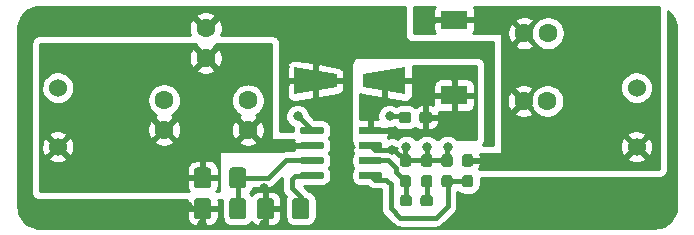
<source format=gtl>
G04 #@! TF.GenerationSoftware,KiCad,Pcbnew,(5.1.0-1220-ga833aeeac)*
G04 #@! TF.CreationDate,2019-07-09T23:07:37+03:00*
G04 #@! TF.ProjectId,proto_II_buck_kicad,70726f74-6f5f-4494-995f-6275636b5f6b,rev?*
G04 #@! TF.SameCoordinates,Original*
G04 #@! TF.FileFunction,Copper,L1,Top*
G04 #@! TF.FilePolarity,Positive*
%FSLAX46Y46*%
G04 Gerber Fmt 4.6, Leading zero omitted, Abs format (unit mm)*
G04 Created by KiCad (PCBNEW (5.1.0-1220-ga833aeeac)) date 2019-07-09 23:07:37*
%MOMM*%
%LPD*%
G04 APERTURE LIST*
%ADD10C,0.160000*%
%ADD11C,0.600000*%
%ADD12C,0.950000*%
%ADD13C,1.425000*%
%ADD14R,2.200000X1.600000*%
%ADD15C,1.524000*%
%ADD16C,1.676868*%
%ADD17C,1.600000*%
%ADD18C,0.800000*%
%ADD19C,0.400000*%
%ADD20C,0.254000*%
G04 APERTURE END LIST*
D10*
G36*
X171357403Y-120806418D02*
G01*
X171406066Y-120838934D01*
X171438582Y-120887597D01*
X171450000Y-120945000D01*
X171450000Y-121245000D01*
X171438582Y-121302403D01*
X171406066Y-121351066D01*
X171357403Y-121383582D01*
X171300000Y-121395000D01*
X169650000Y-121395000D01*
X169592597Y-121383582D01*
X169543934Y-121351066D01*
X169511418Y-121302403D01*
X169500000Y-121245000D01*
X169500000Y-120945000D01*
X169511418Y-120887597D01*
X169543934Y-120838934D01*
X169592597Y-120806418D01*
X169650000Y-120795000D01*
X171300000Y-120795000D01*
X171357403Y-120806418D01*
X171357403Y-120806418D01*
G37*
D11*
X170475000Y-121095000D03*
D10*
G36*
X171357403Y-122076418D02*
G01*
X171406066Y-122108934D01*
X171438582Y-122157597D01*
X171450000Y-122215000D01*
X171450000Y-122515000D01*
X171438582Y-122572403D01*
X171406066Y-122621066D01*
X171357403Y-122653582D01*
X171300000Y-122665000D01*
X169650000Y-122665000D01*
X169592597Y-122653582D01*
X169543934Y-122621066D01*
X169511418Y-122572403D01*
X169500000Y-122515000D01*
X169500000Y-122215000D01*
X169511418Y-122157597D01*
X169543934Y-122108934D01*
X169592597Y-122076418D01*
X169650000Y-122065000D01*
X171300000Y-122065000D01*
X171357403Y-122076418D01*
X171357403Y-122076418D01*
G37*
D11*
X170475000Y-122365000D03*
D10*
G36*
X171357403Y-123346418D02*
G01*
X171406066Y-123378934D01*
X171438582Y-123427597D01*
X171450000Y-123485000D01*
X171450000Y-123785000D01*
X171438582Y-123842403D01*
X171406066Y-123891066D01*
X171357403Y-123923582D01*
X171300000Y-123935000D01*
X169650000Y-123935000D01*
X169592597Y-123923582D01*
X169543934Y-123891066D01*
X169511418Y-123842403D01*
X169500000Y-123785000D01*
X169500000Y-123485000D01*
X169511418Y-123427597D01*
X169543934Y-123378934D01*
X169592597Y-123346418D01*
X169650000Y-123335000D01*
X171300000Y-123335000D01*
X171357403Y-123346418D01*
X171357403Y-123346418D01*
G37*
D11*
X170475000Y-123635000D03*
D10*
G36*
X171357403Y-124616418D02*
G01*
X171406066Y-124648934D01*
X171438582Y-124697597D01*
X171450000Y-124755000D01*
X171450000Y-125055000D01*
X171438582Y-125112403D01*
X171406066Y-125161066D01*
X171357403Y-125193582D01*
X171300000Y-125205000D01*
X169650000Y-125205000D01*
X169592597Y-125193582D01*
X169543934Y-125161066D01*
X169511418Y-125112403D01*
X169500000Y-125055000D01*
X169500000Y-124755000D01*
X169511418Y-124697597D01*
X169543934Y-124648934D01*
X169592597Y-124616418D01*
X169650000Y-124605000D01*
X171300000Y-124605000D01*
X171357403Y-124616418D01*
X171357403Y-124616418D01*
G37*
D11*
X170475000Y-124905000D03*
D10*
G36*
X166407403Y-124616418D02*
G01*
X166456066Y-124648934D01*
X166488582Y-124697597D01*
X166500000Y-124755000D01*
X166500000Y-125055000D01*
X166488582Y-125112403D01*
X166456066Y-125161066D01*
X166407403Y-125193582D01*
X166350000Y-125205000D01*
X164700000Y-125205000D01*
X164642597Y-125193582D01*
X164593934Y-125161066D01*
X164561418Y-125112403D01*
X164550000Y-125055000D01*
X164550000Y-124755000D01*
X164561418Y-124697597D01*
X164593934Y-124648934D01*
X164642597Y-124616418D01*
X164700000Y-124605000D01*
X166350000Y-124605000D01*
X166407403Y-124616418D01*
X166407403Y-124616418D01*
G37*
D11*
X165525000Y-124905000D03*
D10*
G36*
X166407403Y-123346418D02*
G01*
X166456066Y-123378934D01*
X166488582Y-123427597D01*
X166500000Y-123485000D01*
X166500000Y-123785000D01*
X166488582Y-123842403D01*
X166456066Y-123891066D01*
X166407403Y-123923582D01*
X166350000Y-123935000D01*
X164700000Y-123935000D01*
X164642597Y-123923582D01*
X164593934Y-123891066D01*
X164561418Y-123842403D01*
X164550000Y-123785000D01*
X164550000Y-123485000D01*
X164561418Y-123427597D01*
X164593934Y-123378934D01*
X164642597Y-123346418D01*
X164700000Y-123335000D01*
X166350000Y-123335000D01*
X166407403Y-123346418D01*
X166407403Y-123346418D01*
G37*
D11*
X165525000Y-123635000D03*
D10*
G36*
X166407403Y-122076418D02*
G01*
X166456066Y-122108934D01*
X166488582Y-122157597D01*
X166500000Y-122215000D01*
X166500000Y-122515000D01*
X166488582Y-122572403D01*
X166456066Y-122621066D01*
X166407403Y-122653582D01*
X166350000Y-122665000D01*
X164700000Y-122665000D01*
X164642597Y-122653582D01*
X164593934Y-122621066D01*
X164561418Y-122572403D01*
X164550000Y-122515000D01*
X164550000Y-122215000D01*
X164561418Y-122157597D01*
X164593934Y-122108934D01*
X164642597Y-122076418D01*
X164700000Y-122065000D01*
X166350000Y-122065000D01*
X166407403Y-122076418D01*
X166407403Y-122076418D01*
G37*
D11*
X165525000Y-122365000D03*
D10*
G36*
X166407403Y-120806418D02*
G01*
X166456066Y-120838934D01*
X166488582Y-120887597D01*
X166500000Y-120945000D01*
X166500000Y-121245000D01*
X166488582Y-121302403D01*
X166456066Y-121351066D01*
X166407403Y-121383582D01*
X166350000Y-121395000D01*
X164700000Y-121395000D01*
X164642597Y-121383582D01*
X164593934Y-121351066D01*
X164561418Y-121302403D01*
X164550000Y-121245000D01*
X164550000Y-120945000D01*
X164561418Y-120887597D01*
X164593934Y-120838934D01*
X164642597Y-120806418D01*
X164700000Y-120795000D01*
X166350000Y-120795000D01*
X166407403Y-120806418D01*
X166407403Y-120806418D01*
G37*
D11*
X165525000Y-121095000D03*
D10*
G36*
X175578387Y-123143079D02*
G01*
X175655438Y-123194562D01*
X175706921Y-123271613D01*
X175725000Y-123362500D01*
X175725000Y-123937500D01*
X175706921Y-124028387D01*
X175655438Y-124105438D01*
X175578387Y-124156921D01*
X175487500Y-124175000D01*
X175012500Y-124175000D01*
X174921613Y-124156921D01*
X174844562Y-124105438D01*
X174793079Y-124028387D01*
X174775000Y-123937500D01*
X174775000Y-123362500D01*
X174793079Y-123271613D01*
X174844562Y-123194562D01*
X174921613Y-123143079D01*
X175012500Y-123125000D01*
X175487500Y-123125000D01*
X175578387Y-123143079D01*
X175578387Y-123143079D01*
G37*
D12*
X175250000Y-123650000D03*
D10*
G36*
X175578387Y-124893079D02*
G01*
X175655438Y-124944562D01*
X175706921Y-125021613D01*
X175725000Y-125112500D01*
X175725000Y-125687500D01*
X175706921Y-125778387D01*
X175655438Y-125855438D01*
X175578387Y-125906921D01*
X175487500Y-125925000D01*
X175012500Y-125925000D01*
X174921613Y-125906921D01*
X174844562Y-125855438D01*
X174793079Y-125778387D01*
X174775000Y-125687500D01*
X174775000Y-125112500D01*
X174793079Y-125021613D01*
X174844562Y-124944562D01*
X174921613Y-124893079D01*
X175012500Y-124875000D01*
X175487500Y-124875000D01*
X175578387Y-124893079D01*
X175578387Y-124893079D01*
G37*
D12*
X175250000Y-125400000D03*
D10*
G36*
X156820671Y-126869030D02*
G01*
X156901777Y-126923223D01*
X156955970Y-127004329D01*
X156975000Y-127100000D01*
X156975000Y-128350000D01*
X156955970Y-128445671D01*
X156901777Y-128526777D01*
X156820671Y-128580970D01*
X156725000Y-128600000D01*
X155800000Y-128600000D01*
X155704329Y-128580970D01*
X155623223Y-128526777D01*
X155569030Y-128445671D01*
X155550000Y-128350000D01*
X155550000Y-127100000D01*
X155569030Y-127004329D01*
X155623223Y-126923223D01*
X155704329Y-126869030D01*
X155800000Y-126850000D01*
X156725000Y-126850000D01*
X156820671Y-126869030D01*
X156820671Y-126869030D01*
G37*
D13*
X156262500Y-127725000D03*
D10*
G36*
X159795671Y-126869030D02*
G01*
X159876777Y-126923223D01*
X159930970Y-127004329D01*
X159950000Y-127100000D01*
X159950000Y-128350000D01*
X159930970Y-128445671D01*
X159876777Y-128526777D01*
X159795671Y-128580970D01*
X159700000Y-128600000D01*
X158775000Y-128600000D01*
X158679329Y-128580970D01*
X158598223Y-128526777D01*
X158544030Y-128445671D01*
X158525000Y-128350000D01*
X158525000Y-127100000D01*
X158544030Y-127004329D01*
X158598223Y-126923223D01*
X158679329Y-126869030D01*
X158775000Y-126850000D01*
X159700000Y-126850000D01*
X159795671Y-126869030D01*
X159795671Y-126869030D01*
G37*
D13*
X159237500Y-127725000D03*
D10*
G36*
X177278387Y-123143079D02*
G01*
X177355438Y-123194562D01*
X177406921Y-123271613D01*
X177425000Y-123362500D01*
X177425000Y-123937500D01*
X177406921Y-124028387D01*
X177355438Y-124105438D01*
X177278387Y-124156921D01*
X177187500Y-124175000D01*
X176712500Y-124175000D01*
X176621613Y-124156921D01*
X176544562Y-124105438D01*
X176493079Y-124028387D01*
X176475000Y-123937500D01*
X176475000Y-123362500D01*
X176493079Y-123271613D01*
X176544562Y-123194562D01*
X176621613Y-123143079D01*
X176712500Y-123125000D01*
X177187500Y-123125000D01*
X177278387Y-123143079D01*
X177278387Y-123143079D01*
G37*
D12*
X176950000Y-123650000D03*
D10*
G36*
X177278387Y-124893079D02*
G01*
X177355438Y-124944562D01*
X177406921Y-125021613D01*
X177425000Y-125112500D01*
X177425000Y-125687500D01*
X177406921Y-125778387D01*
X177355438Y-125855438D01*
X177278387Y-125906921D01*
X177187500Y-125925000D01*
X176712500Y-125925000D01*
X176621613Y-125906921D01*
X176544562Y-125855438D01*
X176493079Y-125778387D01*
X176475000Y-125687500D01*
X176475000Y-125112500D01*
X176493079Y-125021613D01*
X176544562Y-124944562D01*
X176621613Y-124893079D01*
X176712500Y-124875000D01*
X177187500Y-124875000D01*
X177278387Y-124893079D01*
X177278387Y-124893079D01*
G37*
D12*
X176950000Y-125400000D03*
D10*
G36*
X159795671Y-124269030D02*
G01*
X159876777Y-124323223D01*
X159930970Y-124404329D01*
X159950000Y-124500000D01*
X159950000Y-125750000D01*
X159930970Y-125845671D01*
X159876777Y-125926777D01*
X159795671Y-125980970D01*
X159700000Y-126000000D01*
X158775000Y-126000000D01*
X158679329Y-125980970D01*
X158598223Y-125926777D01*
X158544030Y-125845671D01*
X158525000Y-125750000D01*
X158525000Y-124500000D01*
X158544030Y-124404329D01*
X158598223Y-124323223D01*
X158679329Y-124269030D01*
X158775000Y-124250000D01*
X159700000Y-124250000D01*
X159795671Y-124269030D01*
X159795671Y-124269030D01*
G37*
D13*
X159237500Y-125125000D03*
D10*
G36*
X156820671Y-124269030D02*
G01*
X156901777Y-124323223D01*
X156955970Y-124404329D01*
X156975000Y-124500000D01*
X156975000Y-125750000D01*
X156955970Y-125845671D01*
X156901777Y-125926777D01*
X156820671Y-125980970D01*
X156725000Y-126000000D01*
X155800000Y-126000000D01*
X155704329Y-125980970D01*
X155623223Y-125926777D01*
X155569030Y-125845671D01*
X155550000Y-125750000D01*
X155550000Y-124500000D01*
X155569030Y-124404329D01*
X155623223Y-124323223D01*
X155704329Y-124269030D01*
X155800000Y-124250000D01*
X156725000Y-124250000D01*
X156820671Y-124269030D01*
X156820671Y-124269030D01*
G37*
D13*
X156262500Y-125125000D03*
D10*
G36*
X179028387Y-124893079D02*
G01*
X179105438Y-124944562D01*
X179156921Y-125021613D01*
X179175000Y-125112500D01*
X179175000Y-125687500D01*
X179156921Y-125778387D01*
X179105438Y-125855438D01*
X179028387Y-125906921D01*
X178937500Y-125925000D01*
X178462500Y-125925000D01*
X178371613Y-125906921D01*
X178294562Y-125855438D01*
X178243079Y-125778387D01*
X178225000Y-125687500D01*
X178225000Y-125112500D01*
X178243079Y-125021613D01*
X178294562Y-124944562D01*
X178371613Y-124893079D01*
X178462500Y-124875000D01*
X178937500Y-124875000D01*
X179028387Y-124893079D01*
X179028387Y-124893079D01*
G37*
D12*
X178700000Y-125400000D03*
D10*
G36*
X179028387Y-123143079D02*
G01*
X179105438Y-123194562D01*
X179156921Y-123271613D01*
X179175000Y-123362500D01*
X179175000Y-123937500D01*
X179156921Y-124028387D01*
X179105438Y-124105438D01*
X179028387Y-124156921D01*
X178937500Y-124175000D01*
X178462500Y-124175000D01*
X178371613Y-124156921D01*
X178294562Y-124105438D01*
X178243079Y-124028387D01*
X178225000Y-123937500D01*
X178225000Y-123362500D01*
X178243079Y-123271613D01*
X178294562Y-123194562D01*
X178371613Y-123143079D01*
X178462500Y-123125000D01*
X178937500Y-123125000D01*
X179028387Y-123143079D01*
X179028387Y-123143079D01*
G37*
D12*
X178700000Y-123650000D03*
D14*
X177550000Y-118150000D03*
X177550000Y-111750000D03*
D15*
X144000000Y-122500000D03*
X144000000Y-117500000D03*
X193000000Y-117500000D03*
X193000000Y-122500000D03*
D16*
X165825000Y-116900000D03*
D10*
G36*
X164025000Y-118050000D02*
G01*
X164025000Y-115750000D01*
X167625000Y-116350000D01*
X167625000Y-117450000D01*
X164025000Y-118050000D01*
X164025000Y-118050000D01*
G37*
D16*
X171625000Y-116900000D03*
D10*
G36*
X173425000Y-115750000D02*
G01*
X173425000Y-118050000D01*
X169825000Y-117450000D01*
X169825000Y-116350000D01*
X173425000Y-115750000D01*
X173425000Y-115750000D01*
G37*
G36*
X173753387Y-123143079D02*
G01*
X173830438Y-123194562D01*
X173881921Y-123271613D01*
X173900000Y-123362500D01*
X173900000Y-123937500D01*
X173881921Y-124028387D01*
X173830438Y-124105438D01*
X173753387Y-124156921D01*
X173662500Y-124175000D01*
X173187500Y-124175000D01*
X173096613Y-124156921D01*
X173019562Y-124105438D01*
X172968079Y-124028387D01*
X172950000Y-123937500D01*
X172950000Y-123362500D01*
X172968079Y-123271613D01*
X173019562Y-123194562D01*
X173096613Y-123143079D01*
X173187500Y-123125000D01*
X173662500Y-123125000D01*
X173753387Y-123143079D01*
X173753387Y-123143079D01*
G37*
D12*
X173425000Y-123650000D03*
D10*
G36*
X173753387Y-124893079D02*
G01*
X173830438Y-124944562D01*
X173881921Y-125021613D01*
X173900000Y-125112500D01*
X173900000Y-125687500D01*
X173881921Y-125778387D01*
X173830438Y-125855438D01*
X173753387Y-125906921D01*
X173662500Y-125925000D01*
X173187500Y-125925000D01*
X173096613Y-125906921D01*
X173019562Y-125855438D01*
X172968079Y-125778387D01*
X172950000Y-125687500D01*
X172950000Y-125112500D01*
X172968079Y-125021613D01*
X173019562Y-124944562D01*
X173096613Y-124893079D01*
X173187500Y-124875000D01*
X173662500Y-124875000D01*
X173753387Y-124893079D01*
X173753387Y-124893079D01*
G37*
D12*
X173425000Y-125400000D03*
D10*
G36*
X162145671Y-126869030D02*
G01*
X162226777Y-126923223D01*
X162280970Y-127004329D01*
X162300000Y-127100000D01*
X162300000Y-128350000D01*
X162280970Y-128445671D01*
X162226777Y-128526777D01*
X162145671Y-128580970D01*
X162050000Y-128600000D01*
X161125000Y-128600000D01*
X161029329Y-128580970D01*
X160948223Y-128526777D01*
X160894030Y-128445671D01*
X160875000Y-128350000D01*
X160875000Y-127100000D01*
X160894030Y-127004329D01*
X160948223Y-126923223D01*
X161029329Y-126869030D01*
X161125000Y-126850000D01*
X162050000Y-126850000D01*
X162145671Y-126869030D01*
X162145671Y-126869030D01*
G37*
D13*
X161587500Y-127725000D03*
D10*
G36*
X165120671Y-126869030D02*
G01*
X165201777Y-126923223D01*
X165255970Y-127004329D01*
X165275000Y-127100000D01*
X165275000Y-128350000D01*
X165255970Y-128445671D01*
X165201777Y-128526777D01*
X165120671Y-128580970D01*
X165025000Y-128600000D01*
X164100000Y-128600000D01*
X164004329Y-128580970D01*
X163923223Y-128526777D01*
X163869030Y-128445671D01*
X163850000Y-128350000D01*
X163850000Y-127100000D01*
X163869030Y-127004329D01*
X163923223Y-126923223D01*
X164004329Y-126869030D01*
X164100000Y-126850000D01*
X165025000Y-126850000D01*
X165120671Y-126869030D01*
X165120671Y-126869030D01*
G37*
D13*
X164562500Y-127725000D03*
D10*
G36*
X175603387Y-126593079D02*
G01*
X175680438Y-126644562D01*
X175731921Y-126721613D01*
X175750000Y-126812500D01*
X175750000Y-127287500D01*
X175731921Y-127378387D01*
X175680438Y-127455438D01*
X175603387Y-127506921D01*
X175512500Y-127525000D01*
X174937500Y-127525000D01*
X174846613Y-127506921D01*
X174769562Y-127455438D01*
X174718079Y-127378387D01*
X174700000Y-127287500D01*
X174700000Y-126812500D01*
X174718079Y-126721613D01*
X174769562Y-126644562D01*
X174846613Y-126593079D01*
X174937500Y-126575000D01*
X175512500Y-126575000D01*
X175603387Y-126593079D01*
X175603387Y-126593079D01*
G37*
D12*
X175225000Y-127050000D03*
D10*
G36*
X173853387Y-126593079D02*
G01*
X173930438Y-126644562D01*
X173981921Y-126721613D01*
X174000000Y-126812500D01*
X174000000Y-127287500D01*
X173981921Y-127378387D01*
X173930438Y-127455438D01*
X173853387Y-127506921D01*
X173762500Y-127525000D01*
X173187500Y-127525000D01*
X173096613Y-127506921D01*
X173019562Y-127455438D01*
X172968079Y-127378387D01*
X172950000Y-127287500D01*
X172950000Y-126812500D01*
X172968079Y-126721613D01*
X173019562Y-126644562D01*
X173096613Y-126593079D01*
X173187500Y-126575000D01*
X173762500Y-126575000D01*
X173853387Y-126593079D01*
X173853387Y-126593079D01*
G37*
D12*
X173475000Y-127050000D03*
D17*
X160100000Y-118575000D03*
X160100000Y-121075000D03*
X153000000Y-118550000D03*
X153000000Y-121050000D03*
X156525000Y-112475000D03*
X156525000Y-114975000D03*
X185450000Y-118625000D03*
X183450000Y-118625000D03*
X185500000Y-112875000D03*
X183500000Y-112875000D03*
D10*
G36*
X173778387Y-119543079D02*
G01*
X173855438Y-119594562D01*
X173906921Y-119671613D01*
X173925000Y-119762500D01*
X173925000Y-120237500D01*
X173906921Y-120328387D01*
X173855438Y-120405438D01*
X173778387Y-120456921D01*
X173687500Y-120475000D01*
X173112500Y-120475000D01*
X173021613Y-120456921D01*
X172944562Y-120405438D01*
X172893079Y-120328387D01*
X172875000Y-120237500D01*
X172875000Y-119762500D01*
X172893079Y-119671613D01*
X172944562Y-119594562D01*
X173021613Y-119543079D01*
X173112500Y-119525000D01*
X173687500Y-119525000D01*
X173778387Y-119543079D01*
X173778387Y-119543079D01*
G37*
D12*
X173400000Y-120000000D03*
D10*
G36*
X175528387Y-119543079D02*
G01*
X175605438Y-119594562D01*
X175656921Y-119671613D01*
X175675000Y-119762500D01*
X175675000Y-120237500D01*
X175656921Y-120328387D01*
X175605438Y-120405438D01*
X175528387Y-120456921D01*
X175437500Y-120475000D01*
X174862500Y-120475000D01*
X174771613Y-120456921D01*
X174694562Y-120405438D01*
X174643079Y-120328387D01*
X174625000Y-120237500D01*
X174625000Y-119762500D01*
X174643079Y-119671613D01*
X174694562Y-119594562D01*
X174771613Y-119543079D01*
X174862500Y-119525000D01*
X175437500Y-119525000D01*
X175528387Y-119543079D01*
X175528387Y-119543079D01*
G37*
D12*
X175150000Y-120000000D03*
D18*
X164300000Y-119900000D03*
X172100000Y-119900000D03*
X167000000Y-126000000D03*
X168000000Y-126000000D03*
X169000000Y-126000000D03*
X167000000Y-127000000D03*
X168000000Y-127000000D03*
X169000000Y-127000000D03*
X167000000Y-128000000D03*
X168000000Y-128000000D03*
X169000000Y-128000000D03*
X166000000Y-119000000D03*
X167000000Y-119000000D03*
X168000000Y-119000000D03*
X142500000Y-112500000D03*
X145000000Y-112500000D03*
X147500000Y-112500000D03*
X150000000Y-112500000D03*
X152500000Y-112500000D03*
X160000000Y-112500000D03*
X162500000Y-112500000D03*
X165000000Y-112500000D03*
X167500000Y-112500000D03*
X170000000Y-112500000D03*
X172500000Y-112500000D03*
X167500000Y-115000000D03*
X182500000Y-127500000D03*
X187500000Y-127500000D03*
X185000000Y-127500000D03*
X192500000Y-127500000D03*
X190000000Y-127500000D03*
X142500000Y-127500000D03*
X145000000Y-127500000D03*
X147500000Y-127500000D03*
X150000000Y-127500000D03*
X172264290Y-122735710D03*
X175250000Y-122500000D03*
X177000000Y-122500000D03*
X173500000Y-122500000D03*
X152500000Y-127500000D03*
X155000000Y-127500000D03*
X161500000Y-126000000D03*
X166500000Y-115000000D03*
X163250000Y-115750000D03*
X163250000Y-117250000D03*
X168000000Y-124750000D03*
X168000000Y-123750000D03*
X168000000Y-122750000D03*
X168000000Y-121750000D03*
X168000000Y-120750000D03*
X165500000Y-115000000D03*
X176000000Y-114000000D03*
X178000000Y-114000000D03*
X180000000Y-114000000D03*
X156250000Y-129000000D03*
X161500000Y-129000000D03*
X180000000Y-127500000D03*
X191250000Y-128500000D03*
X188750000Y-128500000D03*
X186250000Y-128500000D03*
X183750000Y-128500000D03*
X181250000Y-128500000D03*
X181250000Y-126250000D03*
X183750000Y-126250000D03*
X186250000Y-126250000D03*
X188750000Y-126250000D03*
X191250000Y-126250000D03*
X143750000Y-128500000D03*
X146250000Y-128500000D03*
X148750000Y-128500000D03*
X151250000Y-128500000D03*
X143750000Y-111250000D03*
X146500000Y-111250000D03*
X148750000Y-111250000D03*
X151250000Y-111250000D03*
X154000000Y-111250000D03*
X161250000Y-111250000D03*
X163750000Y-111250000D03*
X166250000Y-111250000D03*
X168750000Y-111250000D03*
X171250000Y-111250000D03*
X174250000Y-114000000D03*
X171250000Y-113750000D03*
X168750000Y-113750000D03*
X166250000Y-113750000D03*
X163750000Y-113750000D03*
D19*
X165525000Y-123635000D02*
X163290000Y-123635000D01*
X163290000Y-123635000D02*
X161775000Y-125150000D01*
X161775000Y-125150000D02*
X159150000Y-125150000D01*
X159150000Y-125150000D02*
X159150000Y-125175000D01*
X159237500Y-125125000D02*
X159237500Y-127587500D01*
X159237500Y-127587500D02*
X159200000Y-127625000D01*
X164562500Y-126750000D02*
X163825000Y-126012500D01*
X164562500Y-127725000D02*
X164562500Y-126750000D01*
X163825000Y-126012500D02*
X163825000Y-125200000D01*
X163825000Y-125200000D02*
X164050000Y-124975000D01*
X164050000Y-124975000D02*
X165375000Y-124975000D01*
X171986148Y-123635000D02*
X172675000Y-124323852D01*
X170475000Y-123635000D02*
X171986148Y-123635000D01*
X172675000Y-124650000D02*
X173425000Y-125400000D01*
X172675000Y-124323852D02*
X172675000Y-124650000D01*
X173425000Y-125400000D02*
X173475000Y-125400000D01*
X173475000Y-127050000D02*
X173475000Y-125500000D01*
X173475000Y-125500000D02*
X173425000Y-125450000D01*
X170845710Y-122735710D02*
X172264290Y-122735710D01*
X170475000Y-122365000D02*
X170845710Y-122735710D01*
X172485710Y-122735710D02*
X173400000Y-123650000D01*
X173400000Y-123650000D02*
X177050000Y-123650000D01*
X175225000Y-127050000D02*
X175225000Y-125525000D01*
X175225000Y-125525000D02*
X175275000Y-125475000D01*
X178700000Y-125400000D02*
X177300000Y-125400000D01*
X177300000Y-125400000D02*
X177275000Y-125375000D01*
X165525000Y-121095000D02*
X165495000Y-121095000D01*
X165495000Y-121095000D02*
X164300000Y-119900000D01*
X172100000Y-119900000D02*
X173200000Y-119900000D01*
X173200000Y-119900000D02*
X173300000Y-120000000D01*
X177000000Y-127500000D02*
X177000000Y-125525000D01*
X176000000Y-128500000D02*
X177000000Y-127500000D01*
X173000574Y-128500000D02*
X176000000Y-128500000D01*
X170845710Y-125275710D02*
X171775710Y-125275710D01*
X170475000Y-124905000D02*
X170845710Y-125275710D01*
X172175000Y-125675000D02*
X172175000Y-127674426D01*
X171775710Y-125275710D02*
X172175000Y-125675000D01*
X172175000Y-127674426D02*
X173000574Y-128500000D01*
X172264290Y-122735710D02*
X172485710Y-122735710D01*
X173425000Y-122575000D02*
X173500000Y-122500000D01*
X173425000Y-123650000D02*
X173425000Y-122575000D01*
X175250000Y-123650000D02*
X175250000Y-122500000D01*
X176950000Y-122550000D02*
X177000000Y-122500000D01*
X176950000Y-123650000D02*
X176950000Y-122550000D01*
D20*
G36*
X155682326Y-113827803D02*
G01*
X155668783Y-113898070D01*
X155705405Y-113975801D01*
X156435197Y-114705593D01*
X156498004Y-114739888D01*
X156569382Y-114734783D01*
X156614803Y-114705593D01*
X157344595Y-113975801D01*
X157378890Y-113912994D01*
X157373785Y-113841616D01*
X157361421Y-113827000D01*
X162073000Y-113827000D01*
X162073000Y-121800000D01*
X162093161Y-121868661D01*
X162147242Y-121915523D01*
X162200000Y-121927000D01*
X163969919Y-121927000D01*
X163951402Y-121965451D01*
X163940243Y-122001626D01*
X163926611Y-122092072D01*
X163936314Y-122162972D01*
X163982807Y-122217370D01*
X164052193Y-122238000D01*
X165652000Y-122238000D01*
X165652000Y-122492000D01*
X164056260Y-122492000D01*
X163987599Y-122512161D01*
X163940737Y-122566242D01*
X163931474Y-122642611D01*
X163957475Y-122780027D01*
X163964886Y-122800000D01*
X163383547Y-122800000D01*
X163375393Y-122798155D01*
X163339501Y-122795268D01*
X163263229Y-122800000D01*
X163239165Y-122800000D01*
X163221163Y-122801282D01*
X163204806Y-122803624D01*
X163137085Y-122807826D01*
X163101826Y-122815128D01*
X163086927Y-122820507D01*
X163071241Y-122822753D01*
X163036679Y-122832859D01*
X162974903Y-122860947D01*
X162941516Y-122873000D01*
X157800000Y-122873000D01*
X157731339Y-122893161D01*
X157684477Y-122947242D01*
X157673000Y-123000000D01*
X157673000Y-126273000D01*
X157438042Y-126273000D01*
X157462637Y-126244616D01*
X157482180Y-126214207D01*
X157572727Y-126015936D01*
X157582911Y-125981252D01*
X157613931Y-125765503D01*
X157615224Y-125747429D01*
X157615224Y-125379000D01*
X157595063Y-125310339D01*
X157540982Y-125263477D01*
X157488224Y-125252000D01*
X155036776Y-125252000D01*
X154968115Y-125272161D01*
X154921253Y-125326242D01*
X154909776Y-125379000D01*
X154909776Y-125747429D01*
X154912678Y-125774425D01*
X154981881Y-126092548D01*
X154999140Y-126134214D01*
X155088333Y-126273000D01*
X142527000Y-126273000D01*
X142527000Y-124502571D01*
X154909776Y-124502571D01*
X154909776Y-124871000D01*
X154929937Y-124939661D01*
X154984018Y-124986523D01*
X155036776Y-124998000D01*
X156008500Y-124998000D01*
X156077161Y-124977839D01*
X156124023Y-124923758D01*
X156135500Y-124871000D01*
X156135500Y-123736776D01*
X156389500Y-123736776D01*
X156389500Y-124871000D01*
X156409661Y-124939661D01*
X156463742Y-124986523D01*
X156516500Y-124998000D01*
X157488224Y-124998000D01*
X157556885Y-124977839D01*
X157603747Y-124923758D01*
X157615224Y-124871000D01*
X157615224Y-124502571D01*
X157612322Y-124475575D01*
X157543119Y-124157452D01*
X157525860Y-124115786D01*
X157408017Y-123932420D01*
X157384345Y-123905102D01*
X157219616Y-123762363D01*
X157189207Y-123742820D01*
X156990936Y-123652273D01*
X156956252Y-123642089D01*
X156740503Y-123611069D01*
X156722429Y-123609776D01*
X156516500Y-123609776D01*
X156447839Y-123629937D01*
X156400977Y-123684018D01*
X156389500Y-123736776D01*
X156135500Y-123736776D01*
X156115339Y-123668115D01*
X156061258Y-123621253D01*
X156008500Y-123609776D01*
X155802571Y-123609776D01*
X155775575Y-123612678D01*
X155457452Y-123681881D01*
X155415786Y-123699140D01*
X155232420Y-123816983D01*
X155205102Y-123840655D01*
X155062363Y-124005384D01*
X155042820Y-124035793D01*
X154952273Y-124234064D01*
X154942089Y-124268748D01*
X154911069Y-124484497D01*
X154909776Y-124502571D01*
X142527000Y-124502571D01*
X142527000Y-123533072D01*
X143175044Y-123533072D01*
X143180149Y-123604450D01*
X143225573Y-123663589D01*
X143283091Y-123704465D01*
X143302586Y-123715857D01*
X143507714Y-123812383D01*
X143528918Y-123820143D01*
X143747898Y-123878818D01*
X143770140Y-123882700D01*
X143996049Y-123901671D01*
X144018629Y-123901552D01*
X144244327Y-123880217D01*
X144266528Y-123876103D01*
X144484880Y-123815138D01*
X144506001Y-123807156D01*
X144710107Y-123708487D01*
X144729481Y-123696893D01*
X144775877Y-123663185D01*
X144819575Y-123606517D01*
X144825700Y-123535219D01*
X144791032Y-123470636D01*
X144089803Y-122769407D01*
X144026996Y-122735112D01*
X143955618Y-122740217D01*
X143910197Y-122769407D01*
X143209339Y-123470265D01*
X143175044Y-123533072D01*
X142527000Y-123533072D01*
X142527000Y-122474595D01*
X142598555Y-122474595D01*
X142612790Y-122700852D01*
X142616205Y-122723171D01*
X142670281Y-122943331D01*
X142677595Y-122964694D01*
X142769804Y-123171798D01*
X142780784Y-123191526D01*
X142835336Y-123271798D01*
X142890604Y-123317255D01*
X142961674Y-123325615D01*
X143030179Y-123290217D01*
X143730593Y-122589803D01*
X143764888Y-122526996D01*
X143761027Y-122473004D01*
X144235112Y-122473004D01*
X144240217Y-122544382D01*
X144269407Y-122589803D01*
X144969748Y-123290144D01*
X145032555Y-123324439D01*
X145103933Y-123319334D01*
X145165332Y-123270622D01*
X145226390Y-123178722D01*
X145237164Y-123158879D01*
X145327199Y-122950820D01*
X145334289Y-122929383D01*
X145386057Y-122708669D01*
X145389368Y-122682992D01*
X145397041Y-122389972D01*
X145395078Y-122364158D01*
X145354932Y-122141037D01*
X145348974Y-122119258D01*
X145346277Y-122112006D01*
X152146110Y-122112006D01*
X152151215Y-122183384D01*
X152206708Y-122248987D01*
X152381604Y-122349963D01*
X152401667Y-122359319D01*
X152616735Y-122437598D01*
X152638119Y-122443328D01*
X152863512Y-122483071D01*
X152885565Y-122485000D01*
X153114435Y-122485000D01*
X153136488Y-122483071D01*
X153361881Y-122443328D01*
X153383265Y-122437598D01*
X153598333Y-122359319D01*
X153618396Y-122349963D01*
X153793292Y-122248987D01*
X153842674Y-122197197D01*
X153854274Y-122137006D01*
X159246110Y-122137006D01*
X159251215Y-122208384D01*
X159306708Y-122273987D01*
X159481604Y-122374963D01*
X159501667Y-122384319D01*
X159716735Y-122462598D01*
X159738119Y-122468328D01*
X159963512Y-122508071D01*
X159985565Y-122510000D01*
X160214435Y-122510000D01*
X160236488Y-122508071D01*
X160461881Y-122468328D01*
X160483265Y-122462598D01*
X160698333Y-122384319D01*
X160718396Y-122374963D01*
X160893292Y-122273987D01*
X160942674Y-122222197D01*
X160956217Y-122151930D01*
X160919595Y-122074199D01*
X160189803Y-121344407D01*
X160126996Y-121310112D01*
X160055618Y-121315217D01*
X160010197Y-121344407D01*
X159280405Y-122074199D01*
X159246110Y-122137006D01*
X153854274Y-122137006D01*
X153856217Y-122126930D01*
X153819595Y-122049199D01*
X153089803Y-121319407D01*
X153026996Y-121285112D01*
X152955618Y-121290217D01*
X152910197Y-121319407D01*
X152180405Y-122049199D01*
X152146110Y-122112006D01*
X145346277Y-122112006D01*
X145269951Y-121906772D01*
X145260230Y-121886393D01*
X145170020Y-121733856D01*
X145117716Y-121685019D01*
X145047311Y-121672212D01*
X144970903Y-121708701D01*
X144269407Y-122410197D01*
X144235112Y-122473004D01*
X143761027Y-122473004D01*
X143759783Y-122455618D01*
X143730593Y-122410197D01*
X143028328Y-121707932D01*
X142965521Y-121673637D01*
X142894143Y-121678742D01*
X142837364Y-121720953D01*
X142818646Y-121745614D01*
X142806649Y-121764739D01*
X142703727Y-121966734D01*
X142695305Y-121987684D01*
X142629781Y-122204712D01*
X142625203Y-122226822D01*
X142599146Y-122452024D01*
X142598555Y-122474595D01*
X142527000Y-122474595D01*
X142527000Y-121457648D01*
X143173694Y-121457648D01*
X143209700Y-121530096D01*
X143910197Y-122230593D01*
X143973004Y-122264888D01*
X144044382Y-122259783D01*
X144089803Y-122230593D01*
X144793238Y-121527158D01*
X144827533Y-121464351D01*
X144822428Y-121392973D01*
X144764618Y-121326064D01*
X144573720Y-121221117D01*
X144553045Y-121212041D01*
X144338182Y-121139732D01*
X144316227Y-121134461D01*
X144091955Y-121101343D01*
X144069413Y-121100044D01*
X143842821Y-121107165D01*
X143820405Y-121109877D01*
X143598654Y-121157012D01*
X143577073Y-121163651D01*
X143367175Y-121249309D01*
X143347112Y-121259665D01*
X143231454Y-121333063D01*
X143184283Y-121386876D01*
X143173694Y-121457648D01*
X142527000Y-121457648D01*
X142527000Y-120935565D01*
X151565000Y-120935565D01*
X151565000Y-121164435D01*
X151566929Y-121186488D01*
X151606672Y-121411881D01*
X151612402Y-121433265D01*
X151690681Y-121648333D01*
X151700037Y-121668396D01*
X151801013Y-121843292D01*
X151852803Y-121892674D01*
X151923070Y-121906217D01*
X152000801Y-121869595D01*
X152730593Y-121139803D01*
X152764888Y-121076996D01*
X152761027Y-121023004D01*
X153235112Y-121023004D01*
X153240217Y-121094382D01*
X153269407Y-121139803D01*
X153999199Y-121869595D01*
X154062006Y-121903890D01*
X154133384Y-121898785D01*
X154198987Y-121843292D01*
X154299963Y-121668396D01*
X154309319Y-121648333D01*
X154387598Y-121433265D01*
X154393328Y-121411881D01*
X154433071Y-121186488D01*
X154435000Y-121164435D01*
X154435000Y-120960565D01*
X158665000Y-120960565D01*
X158665000Y-121189435D01*
X158666929Y-121211488D01*
X158706672Y-121436881D01*
X158712402Y-121458265D01*
X158790681Y-121673333D01*
X158800037Y-121693396D01*
X158901013Y-121868292D01*
X158952803Y-121917674D01*
X159023070Y-121931217D01*
X159100801Y-121894595D01*
X159830593Y-121164803D01*
X159864888Y-121101996D01*
X159861027Y-121048004D01*
X160335112Y-121048004D01*
X160340217Y-121119382D01*
X160369407Y-121164803D01*
X161099199Y-121894595D01*
X161162006Y-121928890D01*
X161233384Y-121923785D01*
X161298987Y-121868292D01*
X161399963Y-121693396D01*
X161409319Y-121673333D01*
X161487598Y-121458265D01*
X161493328Y-121436881D01*
X161533071Y-121211488D01*
X161535000Y-121189435D01*
X161535000Y-120960565D01*
X161533071Y-120938512D01*
X161493328Y-120713119D01*
X161487598Y-120691735D01*
X161409319Y-120476667D01*
X161399963Y-120456604D01*
X161298987Y-120281708D01*
X161247197Y-120232326D01*
X161176930Y-120218783D01*
X161099199Y-120255405D01*
X160369407Y-120985197D01*
X160335112Y-121048004D01*
X159861027Y-121048004D01*
X159859783Y-121030618D01*
X159830593Y-120985197D01*
X159100801Y-120255405D01*
X159037994Y-120221110D01*
X158966616Y-120226215D01*
X158901013Y-120281708D01*
X158800037Y-120456604D01*
X158790681Y-120476667D01*
X158712402Y-120691735D01*
X158706672Y-120713119D01*
X158666929Y-120938512D01*
X158665000Y-120960565D01*
X154435000Y-120960565D01*
X154435000Y-120935565D01*
X154433071Y-120913512D01*
X154393328Y-120688119D01*
X154387598Y-120666735D01*
X154309319Y-120451667D01*
X154299963Y-120431604D01*
X154198987Y-120256708D01*
X154147197Y-120207326D01*
X154076930Y-120193783D01*
X153999199Y-120230405D01*
X153269407Y-120960197D01*
X153235112Y-121023004D01*
X152761027Y-121023004D01*
X152759783Y-121005618D01*
X152730593Y-120960197D01*
X152000801Y-120230405D01*
X151937994Y-120196110D01*
X151866616Y-120201215D01*
X151801013Y-120256708D01*
X151700037Y-120431604D01*
X151690681Y-120451667D01*
X151612402Y-120666735D01*
X151606672Y-120688119D01*
X151566929Y-120913512D01*
X151565000Y-120935565D01*
X142527000Y-120935565D01*
X142527000Y-117474595D01*
X142598555Y-117474595D01*
X142612790Y-117700852D01*
X142616205Y-117723171D01*
X142670281Y-117943331D01*
X142677595Y-117964694D01*
X142769804Y-118171798D01*
X142780785Y-118191527D01*
X142908212Y-118379030D01*
X142922513Y-118396502D01*
X143081129Y-118558476D01*
X143098298Y-118573140D01*
X143283091Y-118704465D01*
X143302586Y-118715857D01*
X143507714Y-118812383D01*
X143528918Y-118820143D01*
X143747898Y-118878818D01*
X143770140Y-118882700D01*
X143996049Y-118901671D01*
X144018629Y-118901552D01*
X144244327Y-118880217D01*
X144266528Y-118876103D01*
X144484880Y-118815138D01*
X144506001Y-118807156D01*
X144710107Y-118708487D01*
X144729481Y-118696892D01*
X144912889Y-118563639D01*
X144929904Y-118548796D01*
X145038488Y-118435565D01*
X151565000Y-118435565D01*
X151565000Y-118664435D01*
X151566929Y-118686488D01*
X151606672Y-118911881D01*
X151612402Y-118933265D01*
X151690681Y-119148333D01*
X151700037Y-119168396D01*
X151814472Y-119366604D01*
X151827170Y-119384738D01*
X151974285Y-119560062D01*
X151989938Y-119575715D01*
X152165262Y-119722830D01*
X152183396Y-119735528D01*
X152295065Y-119800000D01*
X152206708Y-119851013D01*
X152157326Y-119902803D01*
X152143783Y-119973070D01*
X152180405Y-120050801D01*
X152910197Y-120780593D01*
X152973004Y-120814888D01*
X153044382Y-120809783D01*
X153089803Y-120780593D01*
X153819595Y-120050801D01*
X153853890Y-119987994D01*
X153848785Y-119916616D01*
X153793292Y-119851013D01*
X153704935Y-119800000D01*
X153816604Y-119735528D01*
X153834738Y-119722830D01*
X154010062Y-119575715D01*
X154025715Y-119560062D01*
X154172830Y-119384738D01*
X154185528Y-119366604D01*
X154299963Y-119168396D01*
X154309319Y-119148333D01*
X154387598Y-118933265D01*
X154393328Y-118911881D01*
X154433071Y-118686488D01*
X154435000Y-118664435D01*
X154435000Y-118460565D01*
X158665000Y-118460565D01*
X158665000Y-118689435D01*
X158666929Y-118711488D01*
X158706672Y-118936881D01*
X158712402Y-118958265D01*
X158790681Y-119173333D01*
X158800037Y-119193396D01*
X158914472Y-119391604D01*
X158927170Y-119409738D01*
X159074285Y-119585062D01*
X159089938Y-119600715D01*
X159265262Y-119747830D01*
X159283396Y-119760528D01*
X159395065Y-119825000D01*
X159306708Y-119876013D01*
X159257326Y-119927803D01*
X159243783Y-119998070D01*
X159280405Y-120075801D01*
X160010197Y-120805593D01*
X160073004Y-120839888D01*
X160144382Y-120834783D01*
X160189803Y-120805593D01*
X160919595Y-120075801D01*
X160953890Y-120012994D01*
X160948785Y-119941616D01*
X160893292Y-119876013D01*
X160804935Y-119825000D01*
X160916604Y-119760528D01*
X160934738Y-119747830D01*
X161110062Y-119600715D01*
X161125715Y-119585062D01*
X161272830Y-119409738D01*
X161285528Y-119391604D01*
X161399963Y-119193396D01*
X161409319Y-119173333D01*
X161487598Y-118958265D01*
X161493328Y-118936881D01*
X161533071Y-118711488D01*
X161535000Y-118689435D01*
X161535000Y-118460565D01*
X161533071Y-118438512D01*
X161493328Y-118213119D01*
X161487598Y-118191735D01*
X161409319Y-117976667D01*
X161399963Y-117956604D01*
X161285528Y-117758396D01*
X161272830Y-117740262D01*
X161125715Y-117564938D01*
X161110062Y-117549285D01*
X160934738Y-117402170D01*
X160916604Y-117389472D01*
X160718396Y-117275037D01*
X160698333Y-117265681D01*
X160483265Y-117187402D01*
X160461881Y-117181672D01*
X160236488Y-117141929D01*
X160214435Y-117140000D01*
X159985565Y-117140000D01*
X159963512Y-117141929D01*
X159738119Y-117181672D01*
X159716735Y-117187402D01*
X159501667Y-117265681D01*
X159481604Y-117275037D01*
X159283396Y-117389472D01*
X159265262Y-117402170D01*
X159089938Y-117549285D01*
X159074285Y-117564938D01*
X158927170Y-117740262D01*
X158914472Y-117758396D01*
X158800037Y-117956604D01*
X158790681Y-117976667D01*
X158712402Y-118191735D01*
X158706672Y-118213119D01*
X158666929Y-118438512D01*
X158665000Y-118460565D01*
X154435000Y-118460565D01*
X154435000Y-118435565D01*
X154433071Y-118413512D01*
X154393328Y-118188119D01*
X154387598Y-118166735D01*
X154309319Y-117951667D01*
X154299963Y-117931604D01*
X154185528Y-117733396D01*
X154172830Y-117715262D01*
X154025715Y-117539938D01*
X154010062Y-117524285D01*
X153834738Y-117377170D01*
X153816604Y-117364472D01*
X153618396Y-117250037D01*
X153598333Y-117240681D01*
X153383265Y-117162402D01*
X153361881Y-117156672D01*
X153136488Y-117116929D01*
X153114435Y-117115000D01*
X152885565Y-117115000D01*
X152863512Y-117116929D01*
X152638119Y-117156672D01*
X152616735Y-117162402D01*
X152401667Y-117240681D01*
X152381604Y-117250037D01*
X152183396Y-117364472D01*
X152165262Y-117377170D01*
X151989938Y-117524285D01*
X151974285Y-117539938D01*
X151827170Y-117715262D01*
X151814472Y-117733396D01*
X151700037Y-117931604D01*
X151690681Y-117951667D01*
X151612402Y-118166735D01*
X151606672Y-118188119D01*
X151566929Y-118413512D01*
X151565000Y-118435565D01*
X145038488Y-118435565D01*
X145086816Y-118385170D01*
X145100934Y-118367549D01*
X145226390Y-118178722D01*
X145237164Y-118158879D01*
X145327199Y-117950820D01*
X145334289Y-117929383D01*
X145386057Y-117708669D01*
X145389368Y-117682992D01*
X145397041Y-117389972D01*
X145395078Y-117364158D01*
X145354932Y-117141037D01*
X145348974Y-117119258D01*
X145269951Y-116906772D01*
X145260230Y-116886393D01*
X145144829Y-116691259D01*
X145131653Y-116672922D01*
X144983519Y-116501308D01*
X144967305Y-116485595D01*
X144791123Y-116342926D01*
X144772382Y-116330333D01*
X144573720Y-116221117D01*
X144553045Y-116212041D01*
X144338182Y-116139732D01*
X144316227Y-116134461D01*
X144091955Y-116101343D01*
X144069413Y-116100044D01*
X143842821Y-116107165D01*
X143820405Y-116109877D01*
X143598654Y-116157012D01*
X143577073Y-116163651D01*
X143367175Y-116249309D01*
X143347111Y-116259665D01*
X143155698Y-116381139D01*
X143137785Y-116394885D01*
X142970909Y-116548336D01*
X142955713Y-116565036D01*
X142818648Y-116745612D01*
X142806649Y-116764739D01*
X142703727Y-116966734D01*
X142695305Y-116987684D01*
X142629781Y-117204712D01*
X142625203Y-117226822D01*
X142599146Y-117452024D01*
X142598555Y-117474595D01*
X142527000Y-117474595D01*
X142527000Y-116037006D01*
X155671110Y-116037006D01*
X155676215Y-116108384D01*
X155731708Y-116173987D01*
X155906604Y-116274963D01*
X155926667Y-116284319D01*
X156141735Y-116362598D01*
X156163119Y-116368328D01*
X156388512Y-116408071D01*
X156410565Y-116410000D01*
X156639435Y-116410000D01*
X156661488Y-116408071D01*
X156886881Y-116368328D01*
X156908265Y-116362598D01*
X157123333Y-116284319D01*
X157143396Y-116274963D01*
X157318292Y-116173987D01*
X157367674Y-116122197D01*
X157381217Y-116051930D01*
X157344595Y-115974199D01*
X156614803Y-115244407D01*
X156551996Y-115210112D01*
X156480618Y-115215217D01*
X156435197Y-115244407D01*
X155705405Y-115974199D01*
X155671110Y-116037006D01*
X142527000Y-116037006D01*
X142527000Y-114860565D01*
X155090000Y-114860565D01*
X155090000Y-115089435D01*
X155091929Y-115111488D01*
X155131672Y-115336881D01*
X155137402Y-115358265D01*
X155215681Y-115573333D01*
X155225037Y-115593396D01*
X155326013Y-115768292D01*
X155377803Y-115817674D01*
X155448070Y-115831217D01*
X155525801Y-115794595D01*
X156255593Y-115064803D01*
X156289888Y-115001996D01*
X156286027Y-114948004D01*
X156760112Y-114948004D01*
X156765217Y-115019382D01*
X156794407Y-115064803D01*
X157524199Y-115794595D01*
X157587006Y-115828890D01*
X157658384Y-115823785D01*
X157723987Y-115768292D01*
X157824963Y-115593396D01*
X157834319Y-115573333D01*
X157912598Y-115358265D01*
X157918328Y-115336881D01*
X157958071Y-115111488D01*
X157960000Y-115089435D01*
X157960000Y-114860565D01*
X157958071Y-114838512D01*
X157918328Y-114613119D01*
X157912598Y-114591735D01*
X157834319Y-114376667D01*
X157824963Y-114356604D01*
X157723987Y-114181708D01*
X157672197Y-114132326D01*
X157601930Y-114118783D01*
X157524199Y-114155405D01*
X156794407Y-114885197D01*
X156760112Y-114948004D01*
X156286027Y-114948004D01*
X156284783Y-114930618D01*
X156255593Y-114885197D01*
X155525801Y-114155405D01*
X155462994Y-114121110D01*
X155391616Y-114126215D01*
X155326013Y-114181708D01*
X155225037Y-114356604D01*
X155215681Y-114376667D01*
X155137402Y-114591735D01*
X155131672Y-114613119D01*
X155091929Y-114838512D01*
X155090000Y-114860565D01*
X142527000Y-114860565D01*
X142527000Y-113827000D01*
X155683092Y-113827000D01*
X155682326Y-113827803D01*
X155682326Y-113827803D01*
G37*
X155682326Y-113827803D02*
X155668783Y-113898070D01*
X155705405Y-113975801D01*
X156435197Y-114705593D01*
X156498004Y-114739888D01*
X156569382Y-114734783D01*
X156614803Y-114705593D01*
X157344595Y-113975801D01*
X157378890Y-113912994D01*
X157373785Y-113841616D01*
X157361421Y-113827000D01*
X162073000Y-113827000D01*
X162073000Y-121800000D01*
X162093161Y-121868661D01*
X162147242Y-121915523D01*
X162200000Y-121927000D01*
X163969919Y-121927000D01*
X163951402Y-121965451D01*
X163940243Y-122001626D01*
X163926611Y-122092072D01*
X163936314Y-122162972D01*
X163982807Y-122217370D01*
X164052193Y-122238000D01*
X165652000Y-122238000D01*
X165652000Y-122492000D01*
X164056260Y-122492000D01*
X163987599Y-122512161D01*
X163940737Y-122566242D01*
X163931474Y-122642611D01*
X163957475Y-122780027D01*
X163964886Y-122800000D01*
X163383547Y-122800000D01*
X163375393Y-122798155D01*
X163339501Y-122795268D01*
X163263229Y-122800000D01*
X163239165Y-122800000D01*
X163221163Y-122801282D01*
X163204806Y-122803624D01*
X163137085Y-122807826D01*
X163101826Y-122815128D01*
X163086927Y-122820507D01*
X163071241Y-122822753D01*
X163036679Y-122832859D01*
X162974903Y-122860947D01*
X162941516Y-122873000D01*
X157800000Y-122873000D01*
X157731339Y-122893161D01*
X157684477Y-122947242D01*
X157673000Y-123000000D01*
X157673000Y-126273000D01*
X157438042Y-126273000D01*
X157462637Y-126244616D01*
X157482180Y-126214207D01*
X157572727Y-126015936D01*
X157582911Y-125981252D01*
X157613931Y-125765503D01*
X157615224Y-125747429D01*
X157615224Y-125379000D01*
X157595063Y-125310339D01*
X157540982Y-125263477D01*
X157488224Y-125252000D01*
X155036776Y-125252000D01*
X154968115Y-125272161D01*
X154921253Y-125326242D01*
X154909776Y-125379000D01*
X154909776Y-125747429D01*
X154912678Y-125774425D01*
X154981881Y-126092548D01*
X154999140Y-126134214D01*
X155088333Y-126273000D01*
X142527000Y-126273000D01*
X142527000Y-124502571D01*
X154909776Y-124502571D01*
X154909776Y-124871000D01*
X154929937Y-124939661D01*
X154984018Y-124986523D01*
X155036776Y-124998000D01*
X156008500Y-124998000D01*
X156077161Y-124977839D01*
X156124023Y-124923758D01*
X156135500Y-124871000D01*
X156135500Y-123736776D01*
X156389500Y-123736776D01*
X156389500Y-124871000D01*
X156409661Y-124939661D01*
X156463742Y-124986523D01*
X156516500Y-124998000D01*
X157488224Y-124998000D01*
X157556885Y-124977839D01*
X157603747Y-124923758D01*
X157615224Y-124871000D01*
X157615224Y-124502571D01*
X157612322Y-124475575D01*
X157543119Y-124157452D01*
X157525860Y-124115786D01*
X157408017Y-123932420D01*
X157384345Y-123905102D01*
X157219616Y-123762363D01*
X157189207Y-123742820D01*
X156990936Y-123652273D01*
X156956252Y-123642089D01*
X156740503Y-123611069D01*
X156722429Y-123609776D01*
X156516500Y-123609776D01*
X156447839Y-123629937D01*
X156400977Y-123684018D01*
X156389500Y-123736776D01*
X156135500Y-123736776D01*
X156115339Y-123668115D01*
X156061258Y-123621253D01*
X156008500Y-123609776D01*
X155802571Y-123609776D01*
X155775575Y-123612678D01*
X155457452Y-123681881D01*
X155415786Y-123699140D01*
X155232420Y-123816983D01*
X155205102Y-123840655D01*
X155062363Y-124005384D01*
X155042820Y-124035793D01*
X154952273Y-124234064D01*
X154942089Y-124268748D01*
X154911069Y-124484497D01*
X154909776Y-124502571D01*
X142527000Y-124502571D01*
X142527000Y-123533072D01*
X143175044Y-123533072D01*
X143180149Y-123604450D01*
X143225573Y-123663589D01*
X143283091Y-123704465D01*
X143302586Y-123715857D01*
X143507714Y-123812383D01*
X143528918Y-123820143D01*
X143747898Y-123878818D01*
X143770140Y-123882700D01*
X143996049Y-123901671D01*
X144018629Y-123901552D01*
X144244327Y-123880217D01*
X144266528Y-123876103D01*
X144484880Y-123815138D01*
X144506001Y-123807156D01*
X144710107Y-123708487D01*
X144729481Y-123696893D01*
X144775877Y-123663185D01*
X144819575Y-123606517D01*
X144825700Y-123535219D01*
X144791032Y-123470636D01*
X144089803Y-122769407D01*
X144026996Y-122735112D01*
X143955618Y-122740217D01*
X143910197Y-122769407D01*
X143209339Y-123470265D01*
X143175044Y-123533072D01*
X142527000Y-123533072D01*
X142527000Y-122474595D01*
X142598555Y-122474595D01*
X142612790Y-122700852D01*
X142616205Y-122723171D01*
X142670281Y-122943331D01*
X142677595Y-122964694D01*
X142769804Y-123171798D01*
X142780784Y-123191526D01*
X142835336Y-123271798D01*
X142890604Y-123317255D01*
X142961674Y-123325615D01*
X143030179Y-123290217D01*
X143730593Y-122589803D01*
X143764888Y-122526996D01*
X143761027Y-122473004D01*
X144235112Y-122473004D01*
X144240217Y-122544382D01*
X144269407Y-122589803D01*
X144969748Y-123290144D01*
X145032555Y-123324439D01*
X145103933Y-123319334D01*
X145165332Y-123270622D01*
X145226390Y-123178722D01*
X145237164Y-123158879D01*
X145327199Y-122950820D01*
X145334289Y-122929383D01*
X145386057Y-122708669D01*
X145389368Y-122682992D01*
X145397041Y-122389972D01*
X145395078Y-122364158D01*
X145354932Y-122141037D01*
X145348974Y-122119258D01*
X145346277Y-122112006D01*
X152146110Y-122112006D01*
X152151215Y-122183384D01*
X152206708Y-122248987D01*
X152381604Y-122349963D01*
X152401667Y-122359319D01*
X152616735Y-122437598D01*
X152638119Y-122443328D01*
X152863512Y-122483071D01*
X152885565Y-122485000D01*
X153114435Y-122485000D01*
X153136488Y-122483071D01*
X153361881Y-122443328D01*
X153383265Y-122437598D01*
X153598333Y-122359319D01*
X153618396Y-122349963D01*
X153793292Y-122248987D01*
X153842674Y-122197197D01*
X153854274Y-122137006D01*
X159246110Y-122137006D01*
X159251215Y-122208384D01*
X159306708Y-122273987D01*
X159481604Y-122374963D01*
X159501667Y-122384319D01*
X159716735Y-122462598D01*
X159738119Y-122468328D01*
X159963512Y-122508071D01*
X159985565Y-122510000D01*
X160214435Y-122510000D01*
X160236488Y-122508071D01*
X160461881Y-122468328D01*
X160483265Y-122462598D01*
X160698333Y-122384319D01*
X160718396Y-122374963D01*
X160893292Y-122273987D01*
X160942674Y-122222197D01*
X160956217Y-122151930D01*
X160919595Y-122074199D01*
X160189803Y-121344407D01*
X160126996Y-121310112D01*
X160055618Y-121315217D01*
X160010197Y-121344407D01*
X159280405Y-122074199D01*
X159246110Y-122137006D01*
X153854274Y-122137006D01*
X153856217Y-122126930D01*
X153819595Y-122049199D01*
X153089803Y-121319407D01*
X153026996Y-121285112D01*
X152955618Y-121290217D01*
X152910197Y-121319407D01*
X152180405Y-122049199D01*
X152146110Y-122112006D01*
X145346277Y-122112006D01*
X145269951Y-121906772D01*
X145260230Y-121886393D01*
X145170020Y-121733856D01*
X145117716Y-121685019D01*
X145047311Y-121672212D01*
X144970903Y-121708701D01*
X144269407Y-122410197D01*
X144235112Y-122473004D01*
X143761027Y-122473004D01*
X143759783Y-122455618D01*
X143730593Y-122410197D01*
X143028328Y-121707932D01*
X142965521Y-121673637D01*
X142894143Y-121678742D01*
X142837364Y-121720953D01*
X142818646Y-121745614D01*
X142806649Y-121764739D01*
X142703727Y-121966734D01*
X142695305Y-121987684D01*
X142629781Y-122204712D01*
X142625203Y-122226822D01*
X142599146Y-122452024D01*
X142598555Y-122474595D01*
X142527000Y-122474595D01*
X142527000Y-121457648D01*
X143173694Y-121457648D01*
X143209700Y-121530096D01*
X143910197Y-122230593D01*
X143973004Y-122264888D01*
X144044382Y-122259783D01*
X144089803Y-122230593D01*
X144793238Y-121527158D01*
X144827533Y-121464351D01*
X144822428Y-121392973D01*
X144764618Y-121326064D01*
X144573720Y-121221117D01*
X144553045Y-121212041D01*
X144338182Y-121139732D01*
X144316227Y-121134461D01*
X144091955Y-121101343D01*
X144069413Y-121100044D01*
X143842821Y-121107165D01*
X143820405Y-121109877D01*
X143598654Y-121157012D01*
X143577073Y-121163651D01*
X143367175Y-121249309D01*
X143347112Y-121259665D01*
X143231454Y-121333063D01*
X143184283Y-121386876D01*
X143173694Y-121457648D01*
X142527000Y-121457648D01*
X142527000Y-120935565D01*
X151565000Y-120935565D01*
X151565000Y-121164435D01*
X151566929Y-121186488D01*
X151606672Y-121411881D01*
X151612402Y-121433265D01*
X151690681Y-121648333D01*
X151700037Y-121668396D01*
X151801013Y-121843292D01*
X151852803Y-121892674D01*
X151923070Y-121906217D01*
X152000801Y-121869595D01*
X152730593Y-121139803D01*
X152764888Y-121076996D01*
X152761027Y-121023004D01*
X153235112Y-121023004D01*
X153240217Y-121094382D01*
X153269407Y-121139803D01*
X153999199Y-121869595D01*
X154062006Y-121903890D01*
X154133384Y-121898785D01*
X154198987Y-121843292D01*
X154299963Y-121668396D01*
X154309319Y-121648333D01*
X154387598Y-121433265D01*
X154393328Y-121411881D01*
X154433071Y-121186488D01*
X154435000Y-121164435D01*
X154435000Y-120960565D01*
X158665000Y-120960565D01*
X158665000Y-121189435D01*
X158666929Y-121211488D01*
X158706672Y-121436881D01*
X158712402Y-121458265D01*
X158790681Y-121673333D01*
X158800037Y-121693396D01*
X158901013Y-121868292D01*
X158952803Y-121917674D01*
X159023070Y-121931217D01*
X159100801Y-121894595D01*
X159830593Y-121164803D01*
X159864888Y-121101996D01*
X159861027Y-121048004D01*
X160335112Y-121048004D01*
X160340217Y-121119382D01*
X160369407Y-121164803D01*
X161099199Y-121894595D01*
X161162006Y-121928890D01*
X161233384Y-121923785D01*
X161298987Y-121868292D01*
X161399963Y-121693396D01*
X161409319Y-121673333D01*
X161487598Y-121458265D01*
X161493328Y-121436881D01*
X161533071Y-121211488D01*
X161535000Y-121189435D01*
X161535000Y-120960565D01*
X161533071Y-120938512D01*
X161493328Y-120713119D01*
X161487598Y-120691735D01*
X161409319Y-120476667D01*
X161399963Y-120456604D01*
X161298987Y-120281708D01*
X161247197Y-120232326D01*
X161176930Y-120218783D01*
X161099199Y-120255405D01*
X160369407Y-120985197D01*
X160335112Y-121048004D01*
X159861027Y-121048004D01*
X159859783Y-121030618D01*
X159830593Y-120985197D01*
X159100801Y-120255405D01*
X159037994Y-120221110D01*
X158966616Y-120226215D01*
X158901013Y-120281708D01*
X158800037Y-120456604D01*
X158790681Y-120476667D01*
X158712402Y-120691735D01*
X158706672Y-120713119D01*
X158666929Y-120938512D01*
X158665000Y-120960565D01*
X154435000Y-120960565D01*
X154435000Y-120935565D01*
X154433071Y-120913512D01*
X154393328Y-120688119D01*
X154387598Y-120666735D01*
X154309319Y-120451667D01*
X154299963Y-120431604D01*
X154198987Y-120256708D01*
X154147197Y-120207326D01*
X154076930Y-120193783D01*
X153999199Y-120230405D01*
X153269407Y-120960197D01*
X153235112Y-121023004D01*
X152761027Y-121023004D01*
X152759783Y-121005618D01*
X152730593Y-120960197D01*
X152000801Y-120230405D01*
X151937994Y-120196110D01*
X151866616Y-120201215D01*
X151801013Y-120256708D01*
X151700037Y-120431604D01*
X151690681Y-120451667D01*
X151612402Y-120666735D01*
X151606672Y-120688119D01*
X151566929Y-120913512D01*
X151565000Y-120935565D01*
X142527000Y-120935565D01*
X142527000Y-117474595D01*
X142598555Y-117474595D01*
X142612790Y-117700852D01*
X142616205Y-117723171D01*
X142670281Y-117943331D01*
X142677595Y-117964694D01*
X142769804Y-118171798D01*
X142780785Y-118191527D01*
X142908212Y-118379030D01*
X142922513Y-118396502D01*
X143081129Y-118558476D01*
X143098298Y-118573140D01*
X143283091Y-118704465D01*
X143302586Y-118715857D01*
X143507714Y-118812383D01*
X143528918Y-118820143D01*
X143747898Y-118878818D01*
X143770140Y-118882700D01*
X143996049Y-118901671D01*
X144018629Y-118901552D01*
X144244327Y-118880217D01*
X144266528Y-118876103D01*
X144484880Y-118815138D01*
X144506001Y-118807156D01*
X144710107Y-118708487D01*
X144729481Y-118696892D01*
X144912889Y-118563639D01*
X144929904Y-118548796D01*
X145038488Y-118435565D01*
X151565000Y-118435565D01*
X151565000Y-118664435D01*
X151566929Y-118686488D01*
X151606672Y-118911881D01*
X151612402Y-118933265D01*
X151690681Y-119148333D01*
X151700037Y-119168396D01*
X151814472Y-119366604D01*
X151827170Y-119384738D01*
X151974285Y-119560062D01*
X151989938Y-119575715D01*
X152165262Y-119722830D01*
X152183396Y-119735528D01*
X152295065Y-119800000D01*
X152206708Y-119851013D01*
X152157326Y-119902803D01*
X152143783Y-119973070D01*
X152180405Y-120050801D01*
X152910197Y-120780593D01*
X152973004Y-120814888D01*
X153044382Y-120809783D01*
X153089803Y-120780593D01*
X153819595Y-120050801D01*
X153853890Y-119987994D01*
X153848785Y-119916616D01*
X153793292Y-119851013D01*
X153704935Y-119800000D01*
X153816604Y-119735528D01*
X153834738Y-119722830D01*
X154010062Y-119575715D01*
X154025715Y-119560062D01*
X154172830Y-119384738D01*
X154185528Y-119366604D01*
X154299963Y-119168396D01*
X154309319Y-119148333D01*
X154387598Y-118933265D01*
X154393328Y-118911881D01*
X154433071Y-118686488D01*
X154435000Y-118664435D01*
X154435000Y-118460565D01*
X158665000Y-118460565D01*
X158665000Y-118689435D01*
X158666929Y-118711488D01*
X158706672Y-118936881D01*
X158712402Y-118958265D01*
X158790681Y-119173333D01*
X158800037Y-119193396D01*
X158914472Y-119391604D01*
X158927170Y-119409738D01*
X159074285Y-119585062D01*
X159089938Y-119600715D01*
X159265262Y-119747830D01*
X159283396Y-119760528D01*
X159395065Y-119825000D01*
X159306708Y-119876013D01*
X159257326Y-119927803D01*
X159243783Y-119998070D01*
X159280405Y-120075801D01*
X160010197Y-120805593D01*
X160073004Y-120839888D01*
X160144382Y-120834783D01*
X160189803Y-120805593D01*
X160919595Y-120075801D01*
X160953890Y-120012994D01*
X160948785Y-119941616D01*
X160893292Y-119876013D01*
X160804935Y-119825000D01*
X160916604Y-119760528D01*
X160934738Y-119747830D01*
X161110062Y-119600715D01*
X161125715Y-119585062D01*
X161272830Y-119409738D01*
X161285528Y-119391604D01*
X161399963Y-119193396D01*
X161409319Y-119173333D01*
X161487598Y-118958265D01*
X161493328Y-118936881D01*
X161533071Y-118711488D01*
X161535000Y-118689435D01*
X161535000Y-118460565D01*
X161533071Y-118438512D01*
X161493328Y-118213119D01*
X161487598Y-118191735D01*
X161409319Y-117976667D01*
X161399963Y-117956604D01*
X161285528Y-117758396D01*
X161272830Y-117740262D01*
X161125715Y-117564938D01*
X161110062Y-117549285D01*
X160934738Y-117402170D01*
X160916604Y-117389472D01*
X160718396Y-117275037D01*
X160698333Y-117265681D01*
X160483265Y-117187402D01*
X160461881Y-117181672D01*
X160236488Y-117141929D01*
X160214435Y-117140000D01*
X159985565Y-117140000D01*
X159963512Y-117141929D01*
X159738119Y-117181672D01*
X159716735Y-117187402D01*
X159501667Y-117265681D01*
X159481604Y-117275037D01*
X159283396Y-117389472D01*
X159265262Y-117402170D01*
X159089938Y-117549285D01*
X159074285Y-117564938D01*
X158927170Y-117740262D01*
X158914472Y-117758396D01*
X158800037Y-117956604D01*
X158790681Y-117976667D01*
X158712402Y-118191735D01*
X158706672Y-118213119D01*
X158666929Y-118438512D01*
X158665000Y-118460565D01*
X154435000Y-118460565D01*
X154435000Y-118435565D01*
X154433071Y-118413512D01*
X154393328Y-118188119D01*
X154387598Y-118166735D01*
X154309319Y-117951667D01*
X154299963Y-117931604D01*
X154185528Y-117733396D01*
X154172830Y-117715262D01*
X154025715Y-117539938D01*
X154010062Y-117524285D01*
X153834738Y-117377170D01*
X153816604Y-117364472D01*
X153618396Y-117250037D01*
X153598333Y-117240681D01*
X153383265Y-117162402D01*
X153361881Y-117156672D01*
X153136488Y-117116929D01*
X153114435Y-117115000D01*
X152885565Y-117115000D01*
X152863512Y-117116929D01*
X152638119Y-117156672D01*
X152616735Y-117162402D01*
X152401667Y-117240681D01*
X152381604Y-117250037D01*
X152183396Y-117364472D01*
X152165262Y-117377170D01*
X151989938Y-117524285D01*
X151974285Y-117539938D01*
X151827170Y-117715262D01*
X151814472Y-117733396D01*
X151700037Y-117931604D01*
X151690681Y-117951667D01*
X151612402Y-118166735D01*
X151606672Y-118188119D01*
X151566929Y-118413512D01*
X151565000Y-118435565D01*
X145038488Y-118435565D01*
X145086816Y-118385170D01*
X145100934Y-118367549D01*
X145226390Y-118178722D01*
X145237164Y-118158879D01*
X145327199Y-117950820D01*
X145334289Y-117929383D01*
X145386057Y-117708669D01*
X145389368Y-117682992D01*
X145397041Y-117389972D01*
X145395078Y-117364158D01*
X145354932Y-117141037D01*
X145348974Y-117119258D01*
X145269951Y-116906772D01*
X145260230Y-116886393D01*
X145144829Y-116691259D01*
X145131653Y-116672922D01*
X144983519Y-116501308D01*
X144967305Y-116485595D01*
X144791123Y-116342926D01*
X144772382Y-116330333D01*
X144573720Y-116221117D01*
X144553045Y-116212041D01*
X144338182Y-116139732D01*
X144316227Y-116134461D01*
X144091955Y-116101343D01*
X144069413Y-116100044D01*
X143842821Y-116107165D01*
X143820405Y-116109877D01*
X143598654Y-116157012D01*
X143577073Y-116163651D01*
X143367175Y-116249309D01*
X143347111Y-116259665D01*
X143155698Y-116381139D01*
X143137785Y-116394885D01*
X142970909Y-116548336D01*
X142955713Y-116565036D01*
X142818648Y-116745612D01*
X142806649Y-116764739D01*
X142703727Y-116966734D01*
X142695305Y-116987684D01*
X142629781Y-117204712D01*
X142625203Y-117226822D01*
X142599146Y-117452024D01*
X142598555Y-117474595D01*
X142527000Y-117474595D01*
X142527000Y-116037006D01*
X155671110Y-116037006D01*
X155676215Y-116108384D01*
X155731708Y-116173987D01*
X155906604Y-116274963D01*
X155926667Y-116284319D01*
X156141735Y-116362598D01*
X156163119Y-116368328D01*
X156388512Y-116408071D01*
X156410565Y-116410000D01*
X156639435Y-116410000D01*
X156661488Y-116408071D01*
X156886881Y-116368328D01*
X156908265Y-116362598D01*
X157123333Y-116284319D01*
X157143396Y-116274963D01*
X157318292Y-116173987D01*
X157367674Y-116122197D01*
X157381217Y-116051930D01*
X157344595Y-115974199D01*
X156614803Y-115244407D01*
X156551996Y-115210112D01*
X156480618Y-115215217D01*
X156435197Y-115244407D01*
X155705405Y-115974199D01*
X155671110Y-116037006D01*
X142527000Y-116037006D01*
X142527000Y-114860565D01*
X155090000Y-114860565D01*
X155090000Y-115089435D01*
X155091929Y-115111488D01*
X155131672Y-115336881D01*
X155137402Y-115358265D01*
X155215681Y-115573333D01*
X155225037Y-115593396D01*
X155326013Y-115768292D01*
X155377803Y-115817674D01*
X155448070Y-115831217D01*
X155525801Y-115794595D01*
X156255593Y-115064803D01*
X156289888Y-115001996D01*
X156286027Y-114948004D01*
X156760112Y-114948004D01*
X156765217Y-115019382D01*
X156794407Y-115064803D01*
X157524199Y-115794595D01*
X157587006Y-115828890D01*
X157658384Y-115823785D01*
X157723987Y-115768292D01*
X157824963Y-115593396D01*
X157834319Y-115573333D01*
X157912598Y-115358265D01*
X157918328Y-115336881D01*
X157958071Y-115111488D01*
X157960000Y-115089435D01*
X157960000Y-114860565D01*
X157958071Y-114838512D01*
X157918328Y-114613119D01*
X157912598Y-114591735D01*
X157834319Y-114376667D01*
X157824963Y-114356604D01*
X157723987Y-114181708D01*
X157672197Y-114132326D01*
X157601930Y-114118783D01*
X157524199Y-114155405D01*
X156794407Y-114885197D01*
X156760112Y-114948004D01*
X156286027Y-114948004D01*
X156284783Y-114930618D01*
X156255593Y-114885197D01*
X155525801Y-114155405D01*
X155462994Y-114121110D01*
X155391616Y-114126215D01*
X155326013Y-114181708D01*
X155225037Y-114356604D01*
X155215681Y-114376667D01*
X155137402Y-114591735D01*
X155131672Y-114613119D01*
X155091929Y-114838512D01*
X155090000Y-114860565D01*
X142527000Y-114860565D01*
X142527000Y-113827000D01*
X155683092Y-113827000D01*
X155682326Y-113827803D01*
G36*
X179373000Y-121873000D02*
G01*
X177831981Y-121873000D01*
X177816384Y-121852672D01*
X177647328Y-121683616D01*
X177621025Y-121663434D01*
X177413975Y-121543894D01*
X177383345Y-121531206D01*
X177152410Y-121469327D01*
X177119540Y-121465000D01*
X176880460Y-121465000D01*
X176847590Y-121469327D01*
X176616655Y-121531206D01*
X176586025Y-121543894D01*
X176378975Y-121663434D01*
X176352672Y-121683616D01*
X176183616Y-121852672D01*
X176168019Y-121873000D01*
X176081981Y-121873000D01*
X176066384Y-121852672D01*
X175897328Y-121683616D01*
X175871025Y-121663434D01*
X175663975Y-121543894D01*
X175633345Y-121531206D01*
X175402410Y-121469327D01*
X175369540Y-121465000D01*
X175130460Y-121465000D01*
X175097590Y-121469327D01*
X174866655Y-121531206D01*
X174836025Y-121543894D01*
X174628975Y-121663434D01*
X174602672Y-121683616D01*
X174433616Y-121852672D01*
X174418019Y-121873000D01*
X174331981Y-121873000D01*
X174316384Y-121852672D01*
X174147328Y-121683616D01*
X174121025Y-121663434D01*
X173913975Y-121543894D01*
X173883345Y-121531206D01*
X173652410Y-121469327D01*
X173619540Y-121465000D01*
X173380460Y-121465000D01*
X173347590Y-121469327D01*
X173116655Y-121531206D01*
X173086025Y-121543894D01*
X172878975Y-121663434D01*
X172852672Y-121683616D01*
X172727981Y-121808307D01*
X172678265Y-121779604D01*
X172647635Y-121766916D01*
X172416700Y-121705037D01*
X172383830Y-121700710D01*
X172144750Y-121700710D01*
X172111880Y-121705037D01*
X171936475Y-121752037D01*
X171928547Y-121738304D01*
X171919919Y-121727484D01*
X171941209Y-121704539D01*
X171962535Y-121673260D01*
X172048598Y-121494549D01*
X172059757Y-121458374D01*
X172073389Y-121367928D01*
X172063686Y-121297028D01*
X172017193Y-121242630D01*
X171947807Y-121222000D01*
X170348000Y-121222000D01*
X170348000Y-120281262D01*
X170602000Y-120281262D01*
X170602000Y-120841000D01*
X170622161Y-120909661D01*
X170676242Y-120956523D01*
X170729000Y-120968000D01*
X171943740Y-120968000D01*
X172012401Y-120947839D01*
X172023526Y-120935000D01*
X172219540Y-120935000D01*
X172252410Y-120930673D01*
X172483345Y-120868794D01*
X172504064Y-120860212D01*
X172624583Y-120964642D01*
X172654993Y-120984185D01*
X172849994Y-121073238D01*
X172884677Y-121083422D01*
X173096868Y-121113931D01*
X173114942Y-121115224D01*
X173685058Y-121115224D01*
X173712054Y-121112322D01*
X174024930Y-121044260D01*
X174066595Y-121027001D01*
X174246938Y-120911102D01*
X174274257Y-120887430D01*
X174279068Y-120881878D01*
X174374583Y-120964642D01*
X174404993Y-120984185D01*
X174599994Y-121073238D01*
X174634677Y-121083422D01*
X174846868Y-121113931D01*
X174864942Y-121115224D01*
X174896000Y-121115224D01*
X174964661Y-121095063D01*
X175011523Y-121040982D01*
X175023000Y-120988224D01*
X175023000Y-120254000D01*
X175277000Y-120254000D01*
X175277000Y-120988224D01*
X175297161Y-121056885D01*
X175351242Y-121103747D01*
X175404000Y-121115224D01*
X175435058Y-121115224D01*
X175462054Y-121112322D01*
X175774930Y-121044260D01*
X175816595Y-121027001D01*
X175996938Y-120911102D01*
X176024257Y-120887430D01*
X176164642Y-120725417D01*
X176184185Y-120695007D01*
X176273238Y-120500006D01*
X176283422Y-120465324D01*
X176311208Y-120272075D01*
X176301025Y-120201243D01*
X176254163Y-120147161D01*
X176185501Y-120127000D01*
X175404000Y-120127000D01*
X175335339Y-120147161D01*
X175288477Y-120201242D01*
X175277000Y-120254000D01*
X175023000Y-120254000D01*
X175023000Y-119011776D01*
X175277000Y-119011776D01*
X175277000Y-119746000D01*
X175297161Y-119814661D01*
X175351242Y-119861523D01*
X175404000Y-119873000D01*
X176184103Y-119873000D01*
X176252764Y-119852839D01*
X176299626Y-119798758D01*
X176308201Y-119719004D01*
X176274448Y-119563842D01*
X176427947Y-119590908D01*
X176450000Y-119592837D01*
X177296000Y-119592837D01*
X177364661Y-119572676D01*
X177411523Y-119518595D01*
X177423000Y-119465837D01*
X177423000Y-118404000D01*
X177677000Y-118404000D01*
X177677000Y-119465837D01*
X177697161Y-119534498D01*
X177751242Y-119581360D01*
X177804000Y-119592837D01*
X178650000Y-119592837D01*
X178682870Y-119588510D01*
X178940789Y-119519401D01*
X178989553Y-119494016D01*
X179126788Y-119378862D01*
X179155139Y-119345074D01*
X179244713Y-119189927D01*
X179259799Y-119148480D01*
X179290908Y-118972053D01*
X179292837Y-118950000D01*
X179292837Y-118404000D01*
X179272676Y-118335339D01*
X179218595Y-118288477D01*
X179165837Y-118277000D01*
X177804000Y-118277000D01*
X177735339Y-118297161D01*
X177688477Y-118351242D01*
X177677000Y-118404000D01*
X177423000Y-118404000D01*
X177402839Y-118335339D01*
X177348758Y-118288477D01*
X177296000Y-118277000D01*
X175934163Y-118277000D01*
X175865502Y-118297161D01*
X175818640Y-118351242D01*
X175807163Y-118404000D01*
X175807163Y-118950000D01*
X175810762Y-118977342D01*
X175700006Y-118926762D01*
X175665323Y-118916578D01*
X175453132Y-118886069D01*
X175435058Y-118884776D01*
X175404000Y-118884776D01*
X175335339Y-118904937D01*
X175288477Y-118959018D01*
X175277000Y-119011776D01*
X175023000Y-119011776D01*
X175002839Y-118943115D01*
X174948758Y-118896253D01*
X174896000Y-118884776D01*
X174864942Y-118884776D01*
X174837946Y-118887678D01*
X174525070Y-118955740D01*
X174483405Y-118972999D01*
X174303062Y-119088898D01*
X174275743Y-119112570D01*
X174270932Y-119118122D01*
X174175417Y-119035358D01*
X174145007Y-119015815D01*
X173950006Y-118926762D01*
X173915323Y-118916578D01*
X173703132Y-118886069D01*
X173685058Y-118884776D01*
X173114942Y-118884776D01*
X173087946Y-118887678D01*
X172775070Y-118955740D01*
X172733405Y-118972999D01*
X172653420Y-119024402D01*
X172513975Y-118943894D01*
X172483345Y-118931206D01*
X172252410Y-118869327D01*
X172219540Y-118865000D01*
X171980460Y-118865000D01*
X171947590Y-118869327D01*
X171716655Y-118931206D01*
X171686025Y-118943894D01*
X171478975Y-119063434D01*
X171452672Y-119083616D01*
X171283616Y-119252672D01*
X171263434Y-119278975D01*
X171143894Y-119486025D01*
X171131206Y-119516655D01*
X171069327Y-119747590D01*
X171065000Y-119780460D01*
X171065000Y-120019540D01*
X171069327Y-120052410D01*
X171096618Y-120154262D01*
X170729000Y-120154262D01*
X170660339Y-120174423D01*
X170613477Y-120228504D01*
X170602000Y-120281262D01*
X170348000Y-120281262D01*
X170327839Y-120212601D01*
X170273758Y-120165739D01*
X170221000Y-120154262D01*
X169651694Y-120154262D01*
X169628083Y-120156476D01*
X169627000Y-120156681D01*
X169627000Y-118053514D01*
X169697883Y-118078562D01*
X169719318Y-118084090D01*
X171350121Y-118355891D01*
X171421163Y-118347292D01*
X171476278Y-118301651D01*
X171498000Y-118230619D01*
X171498000Y-117154000D01*
X171752000Y-117154000D01*
X171752000Y-118315285D01*
X171772161Y-118383946D01*
X171858121Y-118440557D01*
X173319318Y-118684090D01*
X173340793Y-118685817D01*
X173515170Y-118684999D01*
X173558010Y-118677341D01*
X173726355Y-118616069D01*
X173764553Y-118594016D01*
X173901788Y-118478862D01*
X173930139Y-118445074D01*
X174019713Y-118289927D01*
X174034799Y-118248480D01*
X174065908Y-118072053D01*
X174067837Y-118050000D01*
X174067837Y-117350000D01*
X175807163Y-117350000D01*
X175807163Y-117896000D01*
X175827324Y-117964661D01*
X175881405Y-118011523D01*
X175934163Y-118023000D01*
X177296000Y-118023000D01*
X177364661Y-118002839D01*
X177411523Y-117948758D01*
X177423000Y-117896000D01*
X177423000Y-116834163D01*
X177677000Y-116834163D01*
X177677000Y-117896000D01*
X177697161Y-117964661D01*
X177751242Y-118011523D01*
X177804000Y-118023000D01*
X179165837Y-118023000D01*
X179234498Y-118002839D01*
X179281360Y-117948758D01*
X179292837Y-117896000D01*
X179292837Y-117350000D01*
X179288510Y-117317130D01*
X179219401Y-117059212D01*
X179194016Y-117010448D01*
X179078862Y-116873212D01*
X179045074Y-116844861D01*
X178889927Y-116755287D01*
X178848480Y-116740201D01*
X178672053Y-116709092D01*
X178650000Y-116707163D01*
X177804000Y-116707163D01*
X177735339Y-116727324D01*
X177688477Y-116781405D01*
X177677000Y-116834163D01*
X177423000Y-116834163D01*
X177402839Y-116765502D01*
X177348758Y-116718640D01*
X177296000Y-116707163D01*
X176450000Y-116707163D01*
X176417130Y-116711490D01*
X176159212Y-116780599D01*
X176110448Y-116805984D01*
X175973212Y-116921138D01*
X175944861Y-116954926D01*
X175855287Y-117110073D01*
X175840201Y-117151520D01*
X175809092Y-117327947D01*
X175807163Y-117350000D01*
X174067837Y-117350000D01*
X174067837Y-117154000D01*
X174047676Y-117085339D01*
X173993595Y-117038477D01*
X173940837Y-117027000D01*
X171879000Y-117027000D01*
X171810339Y-117047161D01*
X171763477Y-117101242D01*
X171752000Y-117154000D01*
X171498000Y-117154000D01*
X171498000Y-116773000D01*
X173940837Y-116773000D01*
X174009498Y-116752839D01*
X174056360Y-116698758D01*
X174067837Y-116646000D01*
X174067837Y-115750000D01*
X174066010Y-115728533D01*
X174048598Y-115627000D01*
X179373000Y-115627000D01*
X179373000Y-121873000D01*
X179373000Y-121873000D01*
G37*
X179373000Y-121873000D02*
X177831981Y-121873000D01*
X177816384Y-121852672D01*
X177647328Y-121683616D01*
X177621025Y-121663434D01*
X177413975Y-121543894D01*
X177383345Y-121531206D01*
X177152410Y-121469327D01*
X177119540Y-121465000D01*
X176880460Y-121465000D01*
X176847590Y-121469327D01*
X176616655Y-121531206D01*
X176586025Y-121543894D01*
X176378975Y-121663434D01*
X176352672Y-121683616D01*
X176183616Y-121852672D01*
X176168019Y-121873000D01*
X176081981Y-121873000D01*
X176066384Y-121852672D01*
X175897328Y-121683616D01*
X175871025Y-121663434D01*
X175663975Y-121543894D01*
X175633345Y-121531206D01*
X175402410Y-121469327D01*
X175369540Y-121465000D01*
X175130460Y-121465000D01*
X175097590Y-121469327D01*
X174866655Y-121531206D01*
X174836025Y-121543894D01*
X174628975Y-121663434D01*
X174602672Y-121683616D01*
X174433616Y-121852672D01*
X174418019Y-121873000D01*
X174331981Y-121873000D01*
X174316384Y-121852672D01*
X174147328Y-121683616D01*
X174121025Y-121663434D01*
X173913975Y-121543894D01*
X173883345Y-121531206D01*
X173652410Y-121469327D01*
X173619540Y-121465000D01*
X173380460Y-121465000D01*
X173347590Y-121469327D01*
X173116655Y-121531206D01*
X173086025Y-121543894D01*
X172878975Y-121663434D01*
X172852672Y-121683616D01*
X172727981Y-121808307D01*
X172678265Y-121779604D01*
X172647635Y-121766916D01*
X172416700Y-121705037D01*
X172383830Y-121700710D01*
X172144750Y-121700710D01*
X172111880Y-121705037D01*
X171936475Y-121752037D01*
X171928547Y-121738304D01*
X171919919Y-121727484D01*
X171941209Y-121704539D01*
X171962535Y-121673260D01*
X172048598Y-121494549D01*
X172059757Y-121458374D01*
X172073389Y-121367928D01*
X172063686Y-121297028D01*
X172017193Y-121242630D01*
X171947807Y-121222000D01*
X170348000Y-121222000D01*
X170348000Y-120281262D01*
X170602000Y-120281262D01*
X170602000Y-120841000D01*
X170622161Y-120909661D01*
X170676242Y-120956523D01*
X170729000Y-120968000D01*
X171943740Y-120968000D01*
X172012401Y-120947839D01*
X172023526Y-120935000D01*
X172219540Y-120935000D01*
X172252410Y-120930673D01*
X172483345Y-120868794D01*
X172504064Y-120860212D01*
X172624583Y-120964642D01*
X172654993Y-120984185D01*
X172849994Y-121073238D01*
X172884677Y-121083422D01*
X173096868Y-121113931D01*
X173114942Y-121115224D01*
X173685058Y-121115224D01*
X173712054Y-121112322D01*
X174024930Y-121044260D01*
X174066595Y-121027001D01*
X174246938Y-120911102D01*
X174274257Y-120887430D01*
X174279068Y-120881878D01*
X174374583Y-120964642D01*
X174404993Y-120984185D01*
X174599994Y-121073238D01*
X174634677Y-121083422D01*
X174846868Y-121113931D01*
X174864942Y-121115224D01*
X174896000Y-121115224D01*
X174964661Y-121095063D01*
X175011523Y-121040982D01*
X175023000Y-120988224D01*
X175023000Y-120254000D01*
X175277000Y-120254000D01*
X175277000Y-120988224D01*
X175297161Y-121056885D01*
X175351242Y-121103747D01*
X175404000Y-121115224D01*
X175435058Y-121115224D01*
X175462054Y-121112322D01*
X175774930Y-121044260D01*
X175816595Y-121027001D01*
X175996938Y-120911102D01*
X176024257Y-120887430D01*
X176164642Y-120725417D01*
X176184185Y-120695007D01*
X176273238Y-120500006D01*
X176283422Y-120465324D01*
X176311208Y-120272075D01*
X176301025Y-120201243D01*
X176254163Y-120147161D01*
X176185501Y-120127000D01*
X175404000Y-120127000D01*
X175335339Y-120147161D01*
X175288477Y-120201242D01*
X175277000Y-120254000D01*
X175023000Y-120254000D01*
X175023000Y-119011776D01*
X175277000Y-119011776D01*
X175277000Y-119746000D01*
X175297161Y-119814661D01*
X175351242Y-119861523D01*
X175404000Y-119873000D01*
X176184103Y-119873000D01*
X176252764Y-119852839D01*
X176299626Y-119798758D01*
X176308201Y-119719004D01*
X176274448Y-119563842D01*
X176427947Y-119590908D01*
X176450000Y-119592837D01*
X177296000Y-119592837D01*
X177364661Y-119572676D01*
X177411523Y-119518595D01*
X177423000Y-119465837D01*
X177423000Y-118404000D01*
X177677000Y-118404000D01*
X177677000Y-119465837D01*
X177697161Y-119534498D01*
X177751242Y-119581360D01*
X177804000Y-119592837D01*
X178650000Y-119592837D01*
X178682870Y-119588510D01*
X178940789Y-119519401D01*
X178989553Y-119494016D01*
X179126788Y-119378862D01*
X179155139Y-119345074D01*
X179244713Y-119189927D01*
X179259799Y-119148480D01*
X179290908Y-118972053D01*
X179292837Y-118950000D01*
X179292837Y-118404000D01*
X179272676Y-118335339D01*
X179218595Y-118288477D01*
X179165837Y-118277000D01*
X177804000Y-118277000D01*
X177735339Y-118297161D01*
X177688477Y-118351242D01*
X177677000Y-118404000D01*
X177423000Y-118404000D01*
X177402839Y-118335339D01*
X177348758Y-118288477D01*
X177296000Y-118277000D01*
X175934163Y-118277000D01*
X175865502Y-118297161D01*
X175818640Y-118351242D01*
X175807163Y-118404000D01*
X175807163Y-118950000D01*
X175810762Y-118977342D01*
X175700006Y-118926762D01*
X175665323Y-118916578D01*
X175453132Y-118886069D01*
X175435058Y-118884776D01*
X175404000Y-118884776D01*
X175335339Y-118904937D01*
X175288477Y-118959018D01*
X175277000Y-119011776D01*
X175023000Y-119011776D01*
X175002839Y-118943115D01*
X174948758Y-118896253D01*
X174896000Y-118884776D01*
X174864942Y-118884776D01*
X174837946Y-118887678D01*
X174525070Y-118955740D01*
X174483405Y-118972999D01*
X174303062Y-119088898D01*
X174275743Y-119112570D01*
X174270932Y-119118122D01*
X174175417Y-119035358D01*
X174145007Y-119015815D01*
X173950006Y-118926762D01*
X173915323Y-118916578D01*
X173703132Y-118886069D01*
X173685058Y-118884776D01*
X173114942Y-118884776D01*
X173087946Y-118887678D01*
X172775070Y-118955740D01*
X172733405Y-118972999D01*
X172653420Y-119024402D01*
X172513975Y-118943894D01*
X172483345Y-118931206D01*
X172252410Y-118869327D01*
X172219540Y-118865000D01*
X171980460Y-118865000D01*
X171947590Y-118869327D01*
X171716655Y-118931206D01*
X171686025Y-118943894D01*
X171478975Y-119063434D01*
X171452672Y-119083616D01*
X171283616Y-119252672D01*
X171263434Y-119278975D01*
X171143894Y-119486025D01*
X171131206Y-119516655D01*
X171069327Y-119747590D01*
X171065000Y-119780460D01*
X171065000Y-120019540D01*
X171069327Y-120052410D01*
X171096618Y-120154262D01*
X170729000Y-120154262D01*
X170660339Y-120174423D01*
X170613477Y-120228504D01*
X170602000Y-120281262D01*
X170348000Y-120281262D01*
X170327839Y-120212601D01*
X170273758Y-120165739D01*
X170221000Y-120154262D01*
X169651694Y-120154262D01*
X169628083Y-120156476D01*
X169627000Y-120156681D01*
X169627000Y-118053514D01*
X169697883Y-118078562D01*
X169719318Y-118084090D01*
X171350121Y-118355891D01*
X171421163Y-118347292D01*
X171476278Y-118301651D01*
X171498000Y-118230619D01*
X171498000Y-117154000D01*
X171752000Y-117154000D01*
X171752000Y-118315285D01*
X171772161Y-118383946D01*
X171858121Y-118440557D01*
X173319318Y-118684090D01*
X173340793Y-118685817D01*
X173515170Y-118684999D01*
X173558010Y-118677341D01*
X173726355Y-118616069D01*
X173764553Y-118594016D01*
X173901788Y-118478862D01*
X173930139Y-118445074D01*
X174019713Y-118289927D01*
X174034799Y-118248480D01*
X174065908Y-118072053D01*
X174067837Y-118050000D01*
X174067837Y-117350000D01*
X175807163Y-117350000D01*
X175807163Y-117896000D01*
X175827324Y-117964661D01*
X175881405Y-118011523D01*
X175934163Y-118023000D01*
X177296000Y-118023000D01*
X177364661Y-118002839D01*
X177411523Y-117948758D01*
X177423000Y-117896000D01*
X177423000Y-116834163D01*
X177677000Y-116834163D01*
X177677000Y-117896000D01*
X177697161Y-117964661D01*
X177751242Y-118011523D01*
X177804000Y-118023000D01*
X179165837Y-118023000D01*
X179234498Y-118002839D01*
X179281360Y-117948758D01*
X179292837Y-117896000D01*
X179292837Y-117350000D01*
X179288510Y-117317130D01*
X179219401Y-117059212D01*
X179194016Y-117010448D01*
X179078862Y-116873212D01*
X179045074Y-116844861D01*
X178889927Y-116755287D01*
X178848480Y-116740201D01*
X178672053Y-116709092D01*
X178650000Y-116707163D01*
X177804000Y-116707163D01*
X177735339Y-116727324D01*
X177688477Y-116781405D01*
X177677000Y-116834163D01*
X177423000Y-116834163D01*
X177402839Y-116765502D01*
X177348758Y-116718640D01*
X177296000Y-116707163D01*
X176450000Y-116707163D01*
X176417130Y-116711490D01*
X176159212Y-116780599D01*
X176110448Y-116805984D01*
X175973212Y-116921138D01*
X175944861Y-116954926D01*
X175855287Y-117110073D01*
X175840201Y-117151520D01*
X175809092Y-117327947D01*
X175807163Y-117350000D01*
X174067837Y-117350000D01*
X174067837Y-117154000D01*
X174047676Y-117085339D01*
X173993595Y-117038477D01*
X173940837Y-117027000D01*
X171879000Y-117027000D01*
X171810339Y-117047161D01*
X171763477Y-117101242D01*
X171752000Y-117154000D01*
X171498000Y-117154000D01*
X171498000Y-116773000D01*
X173940837Y-116773000D01*
X174009498Y-116752839D01*
X174056360Y-116698758D01*
X174067837Y-116646000D01*
X174067837Y-115750000D01*
X174066010Y-115728533D01*
X174048598Y-115627000D01*
X179373000Y-115627000D01*
X179373000Y-121873000D01*
G36*
X175855287Y-110710073D02*
G01*
X175840201Y-110751520D01*
X175809092Y-110927947D01*
X175807163Y-110950000D01*
X175807163Y-111496000D01*
X175827324Y-111564661D01*
X175881405Y-111611523D01*
X175934163Y-111623000D01*
X179165837Y-111623000D01*
X179234498Y-111602839D01*
X179281360Y-111548758D01*
X179292837Y-111496000D01*
X179292837Y-110950000D01*
X179288510Y-110917130D01*
X179219401Y-110659212D01*
X179206797Y-110635000D01*
X194430548Y-110635000D01*
X194434140Y-110635793D01*
X194452790Y-110638480D01*
X194459045Y-110638911D01*
X194459800Y-110638960D01*
X194732935Y-110656144D01*
X194873000Y-110682863D01*
X194873000Y-124373000D01*
X179694235Y-124373000D01*
X179773238Y-124200006D01*
X179783422Y-124165323D01*
X179813931Y-123953132D01*
X179815224Y-123935058D01*
X179815224Y-123904000D01*
X179795063Y-123835339D01*
X179740982Y-123788477D01*
X179688224Y-123777000D01*
X178573000Y-123777000D01*
X178573000Y-123533072D01*
X192175044Y-123533072D01*
X192180149Y-123604450D01*
X192225573Y-123663589D01*
X192283091Y-123704465D01*
X192302586Y-123715857D01*
X192507714Y-123812383D01*
X192528918Y-123820143D01*
X192747898Y-123878818D01*
X192770140Y-123882700D01*
X192996049Y-123901671D01*
X193018629Y-123901552D01*
X193244327Y-123880217D01*
X193266528Y-123876103D01*
X193484880Y-123815138D01*
X193506001Y-123807156D01*
X193710107Y-123708487D01*
X193729481Y-123696893D01*
X193775877Y-123663185D01*
X193819575Y-123606517D01*
X193825700Y-123535219D01*
X193791032Y-123470636D01*
X193089803Y-122769407D01*
X193026996Y-122735112D01*
X192955618Y-122740217D01*
X192910197Y-122769407D01*
X192209339Y-123470265D01*
X192175044Y-123533072D01*
X178573000Y-123533072D01*
X178573000Y-123523000D01*
X179688224Y-123523000D01*
X179756885Y-123502839D01*
X179803747Y-123448758D01*
X179815224Y-123396000D01*
X179815224Y-123364942D01*
X179812322Y-123337946D01*
X179766434Y-123127000D01*
X181500000Y-123127000D01*
X181568661Y-123106839D01*
X181615523Y-123052758D01*
X181627000Y-123000000D01*
X181627000Y-122474595D01*
X191598555Y-122474595D01*
X191612790Y-122700852D01*
X191616205Y-122723171D01*
X191670281Y-122943331D01*
X191677595Y-122964694D01*
X191769804Y-123171798D01*
X191780784Y-123191526D01*
X191835336Y-123271798D01*
X191890604Y-123317255D01*
X191961674Y-123325615D01*
X192030179Y-123290217D01*
X192730593Y-122589803D01*
X192764888Y-122526996D01*
X192761027Y-122473004D01*
X193235112Y-122473004D01*
X193240217Y-122544382D01*
X193269407Y-122589803D01*
X193969748Y-123290144D01*
X194032555Y-123324439D01*
X194103933Y-123319334D01*
X194165332Y-123270622D01*
X194226390Y-123178722D01*
X194237164Y-123158879D01*
X194327199Y-122950820D01*
X194334289Y-122929383D01*
X194386057Y-122708669D01*
X194389368Y-122682992D01*
X194397041Y-122389972D01*
X194395078Y-122364158D01*
X194354932Y-122141037D01*
X194348974Y-122119258D01*
X194269951Y-121906772D01*
X194260230Y-121886393D01*
X194170020Y-121733856D01*
X194117716Y-121685019D01*
X194047311Y-121672212D01*
X193970903Y-121708701D01*
X193269407Y-122410197D01*
X193235112Y-122473004D01*
X192761027Y-122473004D01*
X192759783Y-122455618D01*
X192730593Y-122410197D01*
X192028328Y-121707932D01*
X191965521Y-121673637D01*
X191894143Y-121678742D01*
X191837364Y-121720953D01*
X191818646Y-121745614D01*
X191806649Y-121764739D01*
X191703727Y-121966734D01*
X191695305Y-121987684D01*
X191629781Y-122204712D01*
X191625203Y-122226822D01*
X191599146Y-122452024D01*
X191598555Y-122474595D01*
X181627000Y-122474595D01*
X181627000Y-121457648D01*
X192173694Y-121457648D01*
X192209700Y-121530096D01*
X192910197Y-122230593D01*
X192973004Y-122264888D01*
X193044382Y-122259783D01*
X193089803Y-122230593D01*
X193793238Y-121527158D01*
X193827533Y-121464351D01*
X193822428Y-121392973D01*
X193764618Y-121326064D01*
X193573720Y-121221117D01*
X193553045Y-121212041D01*
X193338182Y-121139732D01*
X193316227Y-121134461D01*
X193091955Y-121101343D01*
X193069413Y-121100044D01*
X192842821Y-121107165D01*
X192820405Y-121109877D01*
X192598654Y-121157012D01*
X192577073Y-121163651D01*
X192367175Y-121249309D01*
X192347112Y-121259665D01*
X192231454Y-121333063D01*
X192184283Y-121386876D01*
X192173694Y-121457648D01*
X181627000Y-121457648D01*
X181627000Y-119687006D01*
X182596110Y-119687006D01*
X182601215Y-119758384D01*
X182656708Y-119823987D01*
X182831604Y-119924963D01*
X182851667Y-119934319D01*
X183066735Y-120012598D01*
X183088119Y-120018328D01*
X183313512Y-120058071D01*
X183335565Y-120060000D01*
X183564435Y-120060000D01*
X183586488Y-120058071D01*
X183811881Y-120018328D01*
X183833265Y-120012598D01*
X184048333Y-119934319D01*
X184068396Y-119924963D01*
X184243292Y-119823987D01*
X184292674Y-119772197D01*
X184306217Y-119701930D01*
X184269595Y-119624199D01*
X183539803Y-118894407D01*
X183476996Y-118860112D01*
X183405618Y-118865217D01*
X183360197Y-118894407D01*
X182630405Y-119624199D01*
X182596110Y-119687006D01*
X181627000Y-119687006D01*
X181627000Y-118510565D01*
X182015000Y-118510565D01*
X182015000Y-118739435D01*
X182016929Y-118761488D01*
X182056672Y-118986881D01*
X182062402Y-119008265D01*
X182140681Y-119223333D01*
X182150037Y-119243396D01*
X182251013Y-119418292D01*
X182302803Y-119467674D01*
X182373070Y-119481217D01*
X182450801Y-119444595D01*
X183180593Y-118714803D01*
X183214888Y-118651996D01*
X183211027Y-118598004D01*
X183685112Y-118598004D01*
X183690217Y-118669382D01*
X183719407Y-118714803D01*
X184090748Y-119086144D01*
X184140681Y-119223333D01*
X184150037Y-119243396D01*
X184264472Y-119441604D01*
X184277170Y-119459738D01*
X184424285Y-119635062D01*
X184439938Y-119650715D01*
X184615262Y-119797830D01*
X184633396Y-119810528D01*
X184831604Y-119924963D01*
X184851667Y-119934319D01*
X185066735Y-120012598D01*
X185088119Y-120018328D01*
X185313512Y-120058071D01*
X185335565Y-120060000D01*
X185564435Y-120060000D01*
X185586488Y-120058071D01*
X185811881Y-120018328D01*
X185833265Y-120012598D01*
X186048333Y-119934319D01*
X186068396Y-119924963D01*
X186266604Y-119810528D01*
X186284738Y-119797830D01*
X186460062Y-119650715D01*
X186475715Y-119635062D01*
X186622830Y-119459738D01*
X186635528Y-119441604D01*
X186749963Y-119243396D01*
X186759319Y-119223333D01*
X186837598Y-119008265D01*
X186843328Y-118986881D01*
X186883071Y-118761488D01*
X186885000Y-118739435D01*
X186885000Y-118510565D01*
X186883071Y-118488512D01*
X186843328Y-118263119D01*
X186837598Y-118241735D01*
X186759319Y-118026667D01*
X186749963Y-118006604D01*
X186635528Y-117808396D01*
X186622830Y-117790262D01*
X186475715Y-117614938D01*
X186460062Y-117599285D01*
X186311463Y-117474595D01*
X191598555Y-117474595D01*
X191612790Y-117700852D01*
X191616205Y-117723171D01*
X191670281Y-117943331D01*
X191677595Y-117964694D01*
X191769804Y-118171798D01*
X191780785Y-118191527D01*
X191908212Y-118379030D01*
X191922513Y-118396502D01*
X192081129Y-118558476D01*
X192098298Y-118573140D01*
X192283091Y-118704465D01*
X192302586Y-118715857D01*
X192507714Y-118812383D01*
X192528918Y-118820143D01*
X192747898Y-118878818D01*
X192770140Y-118882700D01*
X192996049Y-118901671D01*
X193018629Y-118901552D01*
X193244327Y-118880217D01*
X193266528Y-118876103D01*
X193484880Y-118815138D01*
X193506001Y-118807156D01*
X193710107Y-118708487D01*
X193729481Y-118696892D01*
X193912889Y-118563639D01*
X193929904Y-118548796D01*
X194086816Y-118385170D01*
X194100934Y-118367549D01*
X194226390Y-118178722D01*
X194237164Y-118158879D01*
X194327199Y-117950820D01*
X194334289Y-117929383D01*
X194386057Y-117708669D01*
X194389368Y-117682992D01*
X194397041Y-117389972D01*
X194395078Y-117364158D01*
X194354932Y-117141037D01*
X194348974Y-117119258D01*
X194269951Y-116906772D01*
X194260230Y-116886393D01*
X194144829Y-116691259D01*
X194131653Y-116672922D01*
X193983519Y-116501308D01*
X193967305Y-116485595D01*
X193791123Y-116342926D01*
X193772382Y-116330333D01*
X193573720Y-116221117D01*
X193553045Y-116212041D01*
X193338182Y-116139732D01*
X193316227Y-116134461D01*
X193091955Y-116101343D01*
X193069413Y-116100044D01*
X192842821Y-116107165D01*
X192820405Y-116109877D01*
X192598654Y-116157012D01*
X192577073Y-116163651D01*
X192367175Y-116249309D01*
X192347111Y-116259665D01*
X192155698Y-116381139D01*
X192137785Y-116394885D01*
X191970909Y-116548336D01*
X191955713Y-116565036D01*
X191818648Y-116745612D01*
X191806649Y-116764739D01*
X191703727Y-116966734D01*
X191695305Y-116987684D01*
X191629781Y-117204712D01*
X191625203Y-117226822D01*
X191599146Y-117452024D01*
X191598555Y-117474595D01*
X186311463Y-117474595D01*
X186284738Y-117452170D01*
X186266604Y-117439472D01*
X186068396Y-117325037D01*
X186048333Y-117315681D01*
X185833265Y-117237402D01*
X185811881Y-117231672D01*
X185586488Y-117191929D01*
X185564435Y-117190000D01*
X185335565Y-117190000D01*
X185313512Y-117191929D01*
X185088119Y-117231672D01*
X185066735Y-117237402D01*
X184851667Y-117315681D01*
X184831604Y-117325037D01*
X184633396Y-117439472D01*
X184615262Y-117452170D01*
X184439938Y-117599285D01*
X184424285Y-117614938D01*
X184277170Y-117790262D01*
X184264472Y-117808396D01*
X184150037Y-118006604D01*
X184140681Y-118026667D01*
X184090748Y-118163856D01*
X183719407Y-118535197D01*
X183685112Y-118598004D01*
X183211027Y-118598004D01*
X183209783Y-118580618D01*
X183180593Y-118535197D01*
X182450801Y-117805405D01*
X182387994Y-117771110D01*
X182316616Y-117776215D01*
X182251013Y-117831708D01*
X182150037Y-118006604D01*
X182140681Y-118026667D01*
X182062402Y-118241735D01*
X182056672Y-118263119D01*
X182016929Y-118488512D01*
X182015000Y-118510565D01*
X181627000Y-118510565D01*
X181627000Y-117548070D01*
X182593783Y-117548070D01*
X182630405Y-117625801D01*
X183360197Y-118355593D01*
X183423004Y-118389888D01*
X183494382Y-118384783D01*
X183539803Y-118355593D01*
X184269595Y-117625801D01*
X184303890Y-117562994D01*
X184298785Y-117491616D01*
X184243292Y-117426013D01*
X184068396Y-117325037D01*
X184048333Y-117315681D01*
X183833265Y-117237402D01*
X183811881Y-117231672D01*
X183586488Y-117191929D01*
X183564435Y-117190000D01*
X183335565Y-117190000D01*
X183313512Y-117191929D01*
X183088119Y-117231672D01*
X183066735Y-117237402D01*
X182851667Y-117315681D01*
X182831604Y-117325037D01*
X182656708Y-117426013D01*
X182607326Y-117477803D01*
X182593783Y-117548070D01*
X181627000Y-117548070D01*
X181627000Y-113937006D01*
X182646110Y-113937006D01*
X182651215Y-114008384D01*
X182706708Y-114073987D01*
X182881604Y-114174963D01*
X182901667Y-114184319D01*
X183116735Y-114262598D01*
X183138119Y-114268328D01*
X183363512Y-114308071D01*
X183385565Y-114310000D01*
X183614435Y-114310000D01*
X183636488Y-114308071D01*
X183861881Y-114268328D01*
X183883265Y-114262598D01*
X184098333Y-114184319D01*
X184118396Y-114174963D01*
X184293292Y-114073987D01*
X184342674Y-114022197D01*
X184356217Y-113951930D01*
X184319595Y-113874199D01*
X183589803Y-113144407D01*
X183526996Y-113110112D01*
X183455618Y-113115217D01*
X183410197Y-113144407D01*
X182680405Y-113874199D01*
X182646110Y-113937006D01*
X181627000Y-113937006D01*
X181627000Y-113000000D01*
X181606839Y-112931339D01*
X181552758Y-112884477D01*
X181500000Y-112873000D01*
X179196751Y-112873000D01*
X179244713Y-112789927D01*
X179255400Y-112760565D01*
X182065000Y-112760565D01*
X182065000Y-112989435D01*
X182066929Y-113011488D01*
X182106672Y-113236881D01*
X182112402Y-113258265D01*
X182190681Y-113473333D01*
X182200037Y-113493396D01*
X182301013Y-113668292D01*
X182352803Y-113717674D01*
X182423070Y-113731217D01*
X182500801Y-113694595D01*
X183230593Y-112964803D01*
X183264888Y-112901996D01*
X183261027Y-112848004D01*
X183735112Y-112848004D01*
X183740217Y-112919382D01*
X183769407Y-112964803D01*
X184140748Y-113336144D01*
X184190681Y-113473333D01*
X184200037Y-113493396D01*
X184314472Y-113691604D01*
X184327170Y-113709738D01*
X184474285Y-113885062D01*
X184489938Y-113900715D01*
X184665262Y-114047830D01*
X184683396Y-114060528D01*
X184881604Y-114174963D01*
X184901667Y-114184319D01*
X185116735Y-114262598D01*
X185138119Y-114268328D01*
X185363512Y-114308071D01*
X185385565Y-114310000D01*
X185614435Y-114310000D01*
X185636488Y-114308071D01*
X185861881Y-114268328D01*
X185883265Y-114262598D01*
X186098333Y-114184319D01*
X186118396Y-114174963D01*
X186316604Y-114060528D01*
X186334738Y-114047830D01*
X186510062Y-113900715D01*
X186525715Y-113885062D01*
X186672830Y-113709738D01*
X186685528Y-113691604D01*
X186799963Y-113493396D01*
X186809319Y-113473333D01*
X186887598Y-113258265D01*
X186893328Y-113236881D01*
X186933071Y-113011488D01*
X186935000Y-112989435D01*
X186935000Y-112760565D01*
X186933071Y-112738512D01*
X186893328Y-112513119D01*
X186887598Y-112491735D01*
X186809319Y-112276667D01*
X186799963Y-112256604D01*
X186685528Y-112058396D01*
X186672830Y-112040262D01*
X186525715Y-111864938D01*
X186510062Y-111849285D01*
X186334738Y-111702170D01*
X186316604Y-111689472D01*
X186118396Y-111575037D01*
X186098333Y-111565681D01*
X185883265Y-111487402D01*
X185861881Y-111481672D01*
X185636488Y-111441929D01*
X185614435Y-111440000D01*
X185385565Y-111440000D01*
X185363512Y-111441929D01*
X185138119Y-111481672D01*
X185116735Y-111487402D01*
X184901667Y-111565681D01*
X184881604Y-111575037D01*
X184683396Y-111689472D01*
X184665262Y-111702170D01*
X184489938Y-111849285D01*
X184474285Y-111864938D01*
X184327170Y-112040262D01*
X184314472Y-112058396D01*
X184200037Y-112256604D01*
X184190681Y-112276667D01*
X184140748Y-112413856D01*
X183769407Y-112785197D01*
X183735112Y-112848004D01*
X183261027Y-112848004D01*
X183259783Y-112830618D01*
X183230593Y-112785197D01*
X182500801Y-112055405D01*
X182437994Y-112021110D01*
X182366616Y-112026215D01*
X182301013Y-112081708D01*
X182200037Y-112256604D01*
X182190681Y-112276667D01*
X182112402Y-112491735D01*
X182106672Y-112513119D01*
X182066929Y-112738512D01*
X182065000Y-112760565D01*
X179255400Y-112760565D01*
X179259799Y-112748480D01*
X179290908Y-112572053D01*
X179292837Y-112550000D01*
X179292837Y-112004000D01*
X179272676Y-111935339D01*
X179218595Y-111888477D01*
X179165837Y-111877000D01*
X175934163Y-111877000D01*
X175865502Y-111897161D01*
X175818640Y-111951242D01*
X175807163Y-112004000D01*
X175807163Y-112550000D01*
X175811490Y-112582870D01*
X175880599Y-112840789D01*
X175897367Y-112873000D01*
X174127000Y-112873000D01*
X174127000Y-111798070D01*
X182643783Y-111798070D01*
X182680405Y-111875801D01*
X183410197Y-112605593D01*
X183473004Y-112639888D01*
X183544382Y-112634783D01*
X183589803Y-112605593D01*
X184319595Y-111875801D01*
X184353890Y-111812994D01*
X184348785Y-111741616D01*
X184293292Y-111676013D01*
X184118396Y-111575037D01*
X184098333Y-111565681D01*
X183883265Y-111487402D01*
X183861881Y-111481672D01*
X183636488Y-111441929D01*
X183614435Y-111440000D01*
X183385565Y-111440000D01*
X183363512Y-111441929D01*
X183138119Y-111481672D01*
X183116735Y-111487402D01*
X182901667Y-111565681D01*
X182881604Y-111575037D01*
X182706708Y-111676013D01*
X182657326Y-111727803D01*
X182643783Y-111798070D01*
X174127000Y-111798070D01*
X174127000Y-110635000D01*
X175898630Y-110635000D01*
X175855287Y-110710073D01*
X175855287Y-110710073D01*
G37*
X175855287Y-110710073D02*
X175840201Y-110751520D01*
X175809092Y-110927947D01*
X175807163Y-110950000D01*
X175807163Y-111496000D01*
X175827324Y-111564661D01*
X175881405Y-111611523D01*
X175934163Y-111623000D01*
X179165837Y-111623000D01*
X179234498Y-111602839D01*
X179281360Y-111548758D01*
X179292837Y-111496000D01*
X179292837Y-110950000D01*
X179288510Y-110917130D01*
X179219401Y-110659212D01*
X179206797Y-110635000D01*
X194430548Y-110635000D01*
X194434140Y-110635793D01*
X194452790Y-110638480D01*
X194459045Y-110638911D01*
X194459800Y-110638960D01*
X194732935Y-110656144D01*
X194873000Y-110682863D01*
X194873000Y-124373000D01*
X179694235Y-124373000D01*
X179773238Y-124200006D01*
X179783422Y-124165323D01*
X179813931Y-123953132D01*
X179815224Y-123935058D01*
X179815224Y-123904000D01*
X179795063Y-123835339D01*
X179740982Y-123788477D01*
X179688224Y-123777000D01*
X178573000Y-123777000D01*
X178573000Y-123533072D01*
X192175044Y-123533072D01*
X192180149Y-123604450D01*
X192225573Y-123663589D01*
X192283091Y-123704465D01*
X192302586Y-123715857D01*
X192507714Y-123812383D01*
X192528918Y-123820143D01*
X192747898Y-123878818D01*
X192770140Y-123882700D01*
X192996049Y-123901671D01*
X193018629Y-123901552D01*
X193244327Y-123880217D01*
X193266528Y-123876103D01*
X193484880Y-123815138D01*
X193506001Y-123807156D01*
X193710107Y-123708487D01*
X193729481Y-123696893D01*
X193775877Y-123663185D01*
X193819575Y-123606517D01*
X193825700Y-123535219D01*
X193791032Y-123470636D01*
X193089803Y-122769407D01*
X193026996Y-122735112D01*
X192955618Y-122740217D01*
X192910197Y-122769407D01*
X192209339Y-123470265D01*
X192175044Y-123533072D01*
X178573000Y-123533072D01*
X178573000Y-123523000D01*
X179688224Y-123523000D01*
X179756885Y-123502839D01*
X179803747Y-123448758D01*
X179815224Y-123396000D01*
X179815224Y-123364942D01*
X179812322Y-123337946D01*
X179766434Y-123127000D01*
X181500000Y-123127000D01*
X181568661Y-123106839D01*
X181615523Y-123052758D01*
X181627000Y-123000000D01*
X181627000Y-122474595D01*
X191598555Y-122474595D01*
X191612790Y-122700852D01*
X191616205Y-122723171D01*
X191670281Y-122943331D01*
X191677595Y-122964694D01*
X191769804Y-123171798D01*
X191780784Y-123191526D01*
X191835336Y-123271798D01*
X191890604Y-123317255D01*
X191961674Y-123325615D01*
X192030179Y-123290217D01*
X192730593Y-122589803D01*
X192764888Y-122526996D01*
X192761027Y-122473004D01*
X193235112Y-122473004D01*
X193240217Y-122544382D01*
X193269407Y-122589803D01*
X193969748Y-123290144D01*
X194032555Y-123324439D01*
X194103933Y-123319334D01*
X194165332Y-123270622D01*
X194226390Y-123178722D01*
X194237164Y-123158879D01*
X194327199Y-122950820D01*
X194334289Y-122929383D01*
X194386057Y-122708669D01*
X194389368Y-122682992D01*
X194397041Y-122389972D01*
X194395078Y-122364158D01*
X194354932Y-122141037D01*
X194348974Y-122119258D01*
X194269951Y-121906772D01*
X194260230Y-121886393D01*
X194170020Y-121733856D01*
X194117716Y-121685019D01*
X194047311Y-121672212D01*
X193970903Y-121708701D01*
X193269407Y-122410197D01*
X193235112Y-122473004D01*
X192761027Y-122473004D01*
X192759783Y-122455618D01*
X192730593Y-122410197D01*
X192028328Y-121707932D01*
X191965521Y-121673637D01*
X191894143Y-121678742D01*
X191837364Y-121720953D01*
X191818646Y-121745614D01*
X191806649Y-121764739D01*
X191703727Y-121966734D01*
X191695305Y-121987684D01*
X191629781Y-122204712D01*
X191625203Y-122226822D01*
X191599146Y-122452024D01*
X191598555Y-122474595D01*
X181627000Y-122474595D01*
X181627000Y-121457648D01*
X192173694Y-121457648D01*
X192209700Y-121530096D01*
X192910197Y-122230593D01*
X192973004Y-122264888D01*
X193044382Y-122259783D01*
X193089803Y-122230593D01*
X193793238Y-121527158D01*
X193827533Y-121464351D01*
X193822428Y-121392973D01*
X193764618Y-121326064D01*
X193573720Y-121221117D01*
X193553045Y-121212041D01*
X193338182Y-121139732D01*
X193316227Y-121134461D01*
X193091955Y-121101343D01*
X193069413Y-121100044D01*
X192842821Y-121107165D01*
X192820405Y-121109877D01*
X192598654Y-121157012D01*
X192577073Y-121163651D01*
X192367175Y-121249309D01*
X192347112Y-121259665D01*
X192231454Y-121333063D01*
X192184283Y-121386876D01*
X192173694Y-121457648D01*
X181627000Y-121457648D01*
X181627000Y-119687006D01*
X182596110Y-119687006D01*
X182601215Y-119758384D01*
X182656708Y-119823987D01*
X182831604Y-119924963D01*
X182851667Y-119934319D01*
X183066735Y-120012598D01*
X183088119Y-120018328D01*
X183313512Y-120058071D01*
X183335565Y-120060000D01*
X183564435Y-120060000D01*
X183586488Y-120058071D01*
X183811881Y-120018328D01*
X183833265Y-120012598D01*
X184048333Y-119934319D01*
X184068396Y-119924963D01*
X184243292Y-119823987D01*
X184292674Y-119772197D01*
X184306217Y-119701930D01*
X184269595Y-119624199D01*
X183539803Y-118894407D01*
X183476996Y-118860112D01*
X183405618Y-118865217D01*
X183360197Y-118894407D01*
X182630405Y-119624199D01*
X182596110Y-119687006D01*
X181627000Y-119687006D01*
X181627000Y-118510565D01*
X182015000Y-118510565D01*
X182015000Y-118739435D01*
X182016929Y-118761488D01*
X182056672Y-118986881D01*
X182062402Y-119008265D01*
X182140681Y-119223333D01*
X182150037Y-119243396D01*
X182251013Y-119418292D01*
X182302803Y-119467674D01*
X182373070Y-119481217D01*
X182450801Y-119444595D01*
X183180593Y-118714803D01*
X183214888Y-118651996D01*
X183211027Y-118598004D01*
X183685112Y-118598004D01*
X183690217Y-118669382D01*
X183719407Y-118714803D01*
X184090748Y-119086144D01*
X184140681Y-119223333D01*
X184150037Y-119243396D01*
X184264472Y-119441604D01*
X184277170Y-119459738D01*
X184424285Y-119635062D01*
X184439938Y-119650715D01*
X184615262Y-119797830D01*
X184633396Y-119810528D01*
X184831604Y-119924963D01*
X184851667Y-119934319D01*
X185066735Y-120012598D01*
X185088119Y-120018328D01*
X185313512Y-120058071D01*
X185335565Y-120060000D01*
X185564435Y-120060000D01*
X185586488Y-120058071D01*
X185811881Y-120018328D01*
X185833265Y-120012598D01*
X186048333Y-119934319D01*
X186068396Y-119924963D01*
X186266604Y-119810528D01*
X186284738Y-119797830D01*
X186460062Y-119650715D01*
X186475715Y-119635062D01*
X186622830Y-119459738D01*
X186635528Y-119441604D01*
X186749963Y-119243396D01*
X186759319Y-119223333D01*
X186837598Y-119008265D01*
X186843328Y-118986881D01*
X186883071Y-118761488D01*
X186885000Y-118739435D01*
X186885000Y-118510565D01*
X186883071Y-118488512D01*
X186843328Y-118263119D01*
X186837598Y-118241735D01*
X186759319Y-118026667D01*
X186749963Y-118006604D01*
X186635528Y-117808396D01*
X186622830Y-117790262D01*
X186475715Y-117614938D01*
X186460062Y-117599285D01*
X186311463Y-117474595D01*
X191598555Y-117474595D01*
X191612790Y-117700852D01*
X191616205Y-117723171D01*
X191670281Y-117943331D01*
X191677595Y-117964694D01*
X191769804Y-118171798D01*
X191780785Y-118191527D01*
X191908212Y-118379030D01*
X191922513Y-118396502D01*
X192081129Y-118558476D01*
X192098298Y-118573140D01*
X192283091Y-118704465D01*
X192302586Y-118715857D01*
X192507714Y-118812383D01*
X192528918Y-118820143D01*
X192747898Y-118878818D01*
X192770140Y-118882700D01*
X192996049Y-118901671D01*
X193018629Y-118901552D01*
X193244327Y-118880217D01*
X193266528Y-118876103D01*
X193484880Y-118815138D01*
X193506001Y-118807156D01*
X193710107Y-118708487D01*
X193729481Y-118696892D01*
X193912889Y-118563639D01*
X193929904Y-118548796D01*
X194086816Y-118385170D01*
X194100934Y-118367549D01*
X194226390Y-118178722D01*
X194237164Y-118158879D01*
X194327199Y-117950820D01*
X194334289Y-117929383D01*
X194386057Y-117708669D01*
X194389368Y-117682992D01*
X194397041Y-117389972D01*
X194395078Y-117364158D01*
X194354932Y-117141037D01*
X194348974Y-117119258D01*
X194269951Y-116906772D01*
X194260230Y-116886393D01*
X194144829Y-116691259D01*
X194131653Y-116672922D01*
X193983519Y-116501308D01*
X193967305Y-116485595D01*
X193791123Y-116342926D01*
X193772382Y-116330333D01*
X193573720Y-116221117D01*
X193553045Y-116212041D01*
X193338182Y-116139732D01*
X193316227Y-116134461D01*
X193091955Y-116101343D01*
X193069413Y-116100044D01*
X192842821Y-116107165D01*
X192820405Y-116109877D01*
X192598654Y-116157012D01*
X192577073Y-116163651D01*
X192367175Y-116249309D01*
X192347111Y-116259665D01*
X192155698Y-116381139D01*
X192137785Y-116394885D01*
X191970909Y-116548336D01*
X191955713Y-116565036D01*
X191818648Y-116745612D01*
X191806649Y-116764739D01*
X191703727Y-116966734D01*
X191695305Y-116987684D01*
X191629781Y-117204712D01*
X191625203Y-117226822D01*
X191599146Y-117452024D01*
X191598555Y-117474595D01*
X186311463Y-117474595D01*
X186284738Y-117452170D01*
X186266604Y-117439472D01*
X186068396Y-117325037D01*
X186048333Y-117315681D01*
X185833265Y-117237402D01*
X185811881Y-117231672D01*
X185586488Y-117191929D01*
X185564435Y-117190000D01*
X185335565Y-117190000D01*
X185313512Y-117191929D01*
X185088119Y-117231672D01*
X185066735Y-117237402D01*
X184851667Y-117315681D01*
X184831604Y-117325037D01*
X184633396Y-117439472D01*
X184615262Y-117452170D01*
X184439938Y-117599285D01*
X184424285Y-117614938D01*
X184277170Y-117790262D01*
X184264472Y-117808396D01*
X184150037Y-118006604D01*
X184140681Y-118026667D01*
X184090748Y-118163856D01*
X183719407Y-118535197D01*
X183685112Y-118598004D01*
X183211027Y-118598004D01*
X183209783Y-118580618D01*
X183180593Y-118535197D01*
X182450801Y-117805405D01*
X182387994Y-117771110D01*
X182316616Y-117776215D01*
X182251013Y-117831708D01*
X182150037Y-118006604D01*
X182140681Y-118026667D01*
X182062402Y-118241735D01*
X182056672Y-118263119D01*
X182016929Y-118488512D01*
X182015000Y-118510565D01*
X181627000Y-118510565D01*
X181627000Y-117548070D01*
X182593783Y-117548070D01*
X182630405Y-117625801D01*
X183360197Y-118355593D01*
X183423004Y-118389888D01*
X183494382Y-118384783D01*
X183539803Y-118355593D01*
X184269595Y-117625801D01*
X184303890Y-117562994D01*
X184298785Y-117491616D01*
X184243292Y-117426013D01*
X184068396Y-117325037D01*
X184048333Y-117315681D01*
X183833265Y-117237402D01*
X183811881Y-117231672D01*
X183586488Y-117191929D01*
X183564435Y-117190000D01*
X183335565Y-117190000D01*
X183313512Y-117191929D01*
X183088119Y-117231672D01*
X183066735Y-117237402D01*
X182851667Y-117315681D01*
X182831604Y-117325037D01*
X182656708Y-117426013D01*
X182607326Y-117477803D01*
X182593783Y-117548070D01*
X181627000Y-117548070D01*
X181627000Y-113937006D01*
X182646110Y-113937006D01*
X182651215Y-114008384D01*
X182706708Y-114073987D01*
X182881604Y-114174963D01*
X182901667Y-114184319D01*
X183116735Y-114262598D01*
X183138119Y-114268328D01*
X183363512Y-114308071D01*
X183385565Y-114310000D01*
X183614435Y-114310000D01*
X183636488Y-114308071D01*
X183861881Y-114268328D01*
X183883265Y-114262598D01*
X184098333Y-114184319D01*
X184118396Y-114174963D01*
X184293292Y-114073987D01*
X184342674Y-114022197D01*
X184356217Y-113951930D01*
X184319595Y-113874199D01*
X183589803Y-113144407D01*
X183526996Y-113110112D01*
X183455618Y-113115217D01*
X183410197Y-113144407D01*
X182680405Y-113874199D01*
X182646110Y-113937006D01*
X181627000Y-113937006D01*
X181627000Y-113000000D01*
X181606839Y-112931339D01*
X181552758Y-112884477D01*
X181500000Y-112873000D01*
X179196751Y-112873000D01*
X179244713Y-112789927D01*
X179255400Y-112760565D01*
X182065000Y-112760565D01*
X182065000Y-112989435D01*
X182066929Y-113011488D01*
X182106672Y-113236881D01*
X182112402Y-113258265D01*
X182190681Y-113473333D01*
X182200037Y-113493396D01*
X182301013Y-113668292D01*
X182352803Y-113717674D01*
X182423070Y-113731217D01*
X182500801Y-113694595D01*
X183230593Y-112964803D01*
X183264888Y-112901996D01*
X183261027Y-112848004D01*
X183735112Y-112848004D01*
X183740217Y-112919382D01*
X183769407Y-112964803D01*
X184140748Y-113336144D01*
X184190681Y-113473333D01*
X184200037Y-113493396D01*
X184314472Y-113691604D01*
X184327170Y-113709738D01*
X184474285Y-113885062D01*
X184489938Y-113900715D01*
X184665262Y-114047830D01*
X184683396Y-114060528D01*
X184881604Y-114174963D01*
X184901667Y-114184319D01*
X185116735Y-114262598D01*
X185138119Y-114268328D01*
X185363512Y-114308071D01*
X185385565Y-114310000D01*
X185614435Y-114310000D01*
X185636488Y-114308071D01*
X185861881Y-114268328D01*
X185883265Y-114262598D01*
X186098333Y-114184319D01*
X186118396Y-114174963D01*
X186316604Y-114060528D01*
X186334738Y-114047830D01*
X186510062Y-113900715D01*
X186525715Y-113885062D01*
X186672830Y-113709738D01*
X186685528Y-113691604D01*
X186799963Y-113493396D01*
X186809319Y-113473333D01*
X186887598Y-113258265D01*
X186893328Y-113236881D01*
X186933071Y-113011488D01*
X186935000Y-112989435D01*
X186935000Y-112760565D01*
X186933071Y-112738512D01*
X186893328Y-112513119D01*
X186887598Y-112491735D01*
X186809319Y-112276667D01*
X186799963Y-112256604D01*
X186685528Y-112058396D01*
X186672830Y-112040262D01*
X186525715Y-111864938D01*
X186510062Y-111849285D01*
X186334738Y-111702170D01*
X186316604Y-111689472D01*
X186118396Y-111575037D01*
X186098333Y-111565681D01*
X185883265Y-111487402D01*
X185861881Y-111481672D01*
X185636488Y-111441929D01*
X185614435Y-111440000D01*
X185385565Y-111440000D01*
X185363512Y-111441929D01*
X185138119Y-111481672D01*
X185116735Y-111487402D01*
X184901667Y-111565681D01*
X184881604Y-111575037D01*
X184683396Y-111689472D01*
X184665262Y-111702170D01*
X184489938Y-111849285D01*
X184474285Y-111864938D01*
X184327170Y-112040262D01*
X184314472Y-112058396D01*
X184200037Y-112256604D01*
X184190681Y-112276667D01*
X184140748Y-112413856D01*
X183769407Y-112785197D01*
X183735112Y-112848004D01*
X183261027Y-112848004D01*
X183259783Y-112830618D01*
X183230593Y-112785197D01*
X182500801Y-112055405D01*
X182437994Y-112021110D01*
X182366616Y-112026215D01*
X182301013Y-112081708D01*
X182200037Y-112256604D01*
X182190681Y-112276667D01*
X182112402Y-112491735D01*
X182106672Y-112513119D01*
X182066929Y-112738512D01*
X182065000Y-112760565D01*
X179255400Y-112760565D01*
X179259799Y-112748480D01*
X179290908Y-112572053D01*
X179292837Y-112550000D01*
X179292837Y-112004000D01*
X179272676Y-111935339D01*
X179218595Y-111888477D01*
X179165837Y-111877000D01*
X175934163Y-111877000D01*
X175865502Y-111897161D01*
X175818640Y-111951242D01*
X175807163Y-112004000D01*
X175807163Y-112550000D01*
X175811490Y-112582870D01*
X175880599Y-112840789D01*
X175897367Y-112873000D01*
X174127000Y-112873000D01*
X174127000Y-111798070D01*
X182643783Y-111798070D01*
X182680405Y-111875801D01*
X183410197Y-112605593D01*
X183473004Y-112639888D01*
X183544382Y-112634783D01*
X183589803Y-112605593D01*
X184319595Y-111875801D01*
X184353890Y-111812994D01*
X184348785Y-111741616D01*
X184293292Y-111676013D01*
X184118396Y-111575037D01*
X184098333Y-111565681D01*
X183883265Y-111487402D01*
X183861881Y-111481672D01*
X183636488Y-111441929D01*
X183614435Y-111440000D01*
X183385565Y-111440000D01*
X183363512Y-111441929D01*
X183138119Y-111481672D01*
X183116735Y-111487402D01*
X182901667Y-111565681D01*
X182881604Y-111575037D01*
X182706708Y-111676013D01*
X182657326Y-111727803D01*
X182643783Y-111798070D01*
X174127000Y-111798070D01*
X174127000Y-110635000D01*
X175898630Y-110635000D01*
X175855287Y-110710073D01*
G36*
X173365000Y-113000000D02*
G01*
X173367902Y-113026996D01*
X173413809Y-113238027D01*
X173431068Y-113279692D01*
X173509240Y-113401330D01*
X173532911Y-113428649D01*
X173642186Y-113523337D01*
X173672597Y-113542881D01*
X173804123Y-113602946D01*
X173838806Y-113613129D01*
X173981926Y-113633707D01*
X174000000Y-113635000D01*
X180865000Y-113635000D01*
X180865000Y-122365000D01*
X180017110Y-122365000D01*
X180023337Y-122357814D01*
X180042881Y-122327403D01*
X180102946Y-122195877D01*
X180113129Y-122161194D01*
X180133707Y-122018074D01*
X180135000Y-122000000D01*
X180135000Y-115500000D01*
X180132098Y-115473004D01*
X180086191Y-115261973D01*
X180068932Y-115220308D01*
X179990760Y-115098670D01*
X179967089Y-115071351D01*
X179857814Y-114976663D01*
X179827403Y-114957119D01*
X179695877Y-114897054D01*
X179661194Y-114886871D01*
X179518074Y-114866293D01*
X179500000Y-114865000D01*
X169500000Y-114865000D01*
X169473004Y-114867902D01*
X169261973Y-114913809D01*
X169220308Y-114931068D01*
X169098670Y-115009240D01*
X169071351Y-115032911D01*
X168976663Y-115142186D01*
X168957119Y-115172597D01*
X168897054Y-115304123D01*
X168886871Y-115338806D01*
X168866293Y-115481926D01*
X168865000Y-115500000D01*
X168865000Y-120899104D01*
X168860680Y-120927766D01*
X168859262Y-120946694D01*
X168859262Y-121243306D01*
X168861476Y-121266917D01*
X168865000Y-121285542D01*
X168865000Y-122000000D01*
X168867902Y-122026996D01*
X168878841Y-122077279D01*
X168876611Y-122092072D01*
X168886314Y-122162971D01*
X168901295Y-122180500D01*
X168913809Y-122238026D01*
X168931068Y-122279692D01*
X169009240Y-122401330D01*
X169032911Y-122428649D01*
X169106021Y-122492000D01*
X169006260Y-122492000D01*
X168937599Y-122512161D01*
X168890737Y-122566242D01*
X168881474Y-122642611D01*
X168907475Y-122780027D01*
X168922276Y-122819916D01*
X169021453Y-122991696D01*
X169030081Y-123002516D01*
X169008791Y-123025461D01*
X168987465Y-123056740D01*
X168901402Y-123235451D01*
X168890243Y-123271626D01*
X168860680Y-123467766D01*
X168859262Y-123486694D01*
X168859262Y-123783306D01*
X168861476Y-123806917D01*
X168907475Y-124050027D01*
X168922276Y-124089916D01*
X169021453Y-124261696D01*
X169030081Y-124272516D01*
X169008791Y-124295461D01*
X168987465Y-124326740D01*
X168901402Y-124505451D01*
X168890243Y-124541626D01*
X168860680Y-124737766D01*
X168859262Y-124756694D01*
X168859262Y-125053306D01*
X168861476Y-125076917D01*
X168907475Y-125320027D01*
X168922276Y-125359916D01*
X169021453Y-125531696D01*
X169045056Y-125561294D01*
X169190461Y-125696210D01*
X169221740Y-125717535D01*
X169400451Y-125803598D01*
X169436626Y-125814757D01*
X169632766Y-125844320D01*
X169651694Y-125845738D01*
X170229665Y-125845738D01*
X170274215Y-125885083D01*
X170291222Y-125902090D01*
X170304858Y-125913912D01*
X170318072Y-125923816D01*
X170368936Y-125968737D01*
X170399031Y-125988506D01*
X170413372Y-125995239D01*
X170426050Y-126004741D01*
X170457635Y-126022034D01*
X170521180Y-126045855D01*
X170582608Y-126074696D01*
X170617810Y-126085341D01*
X170632280Y-126087503D01*
X170647534Y-126093222D01*
X170682701Y-126100954D01*
X170761436Y-126106806D01*
X170778229Y-126109315D01*
X170796998Y-126110710D01*
X170813980Y-126110710D01*
X170884948Y-126115984D01*
X170920873Y-126113535D01*
X170934107Y-126110710D01*
X171340000Y-126110710D01*
X171340001Y-127580880D01*
X171338156Y-127589034D01*
X171335269Y-127624926D01*
X171340001Y-127701204D01*
X171340001Y-127725261D01*
X171341283Y-127743263D01*
X171343624Y-127759613D01*
X171347826Y-127827339D01*
X171355127Y-127862597D01*
X171360508Y-127877503D01*
X171362754Y-127893186D01*
X171372860Y-127927747D01*
X171400945Y-127989517D01*
X171423990Y-128053352D01*
X171441356Y-128085772D01*
X171450057Y-128097531D01*
X171456801Y-128112363D01*
X171476201Y-128142699D01*
X171527734Y-128202506D01*
X171537833Y-128216154D01*
X171550121Y-128230416D01*
X171562139Y-128242434D01*
X171608583Y-128296335D01*
X171635717Y-128320006D01*
X171647069Y-128327364D01*
X172343997Y-129024292D01*
X172348454Y-129031356D01*
X172371791Y-129058778D01*
X172429071Y-129109366D01*
X172446085Y-129126380D01*
X172459723Y-129138203D01*
X172472931Y-129148102D01*
X172523799Y-129193027D01*
X172553893Y-129212795D01*
X172568237Y-129219530D01*
X172580916Y-129229032D01*
X172612499Y-129246324D01*
X172676044Y-129270145D01*
X172737472Y-129298986D01*
X172772674Y-129309631D01*
X172787144Y-129311793D01*
X172802398Y-129317512D01*
X172837565Y-129325244D01*
X172916300Y-129331096D01*
X172933093Y-129333605D01*
X172951862Y-129335000D01*
X172968844Y-129335000D01*
X173039812Y-129340274D01*
X173075737Y-129337825D01*
X173088971Y-129335000D01*
X175906458Y-129335000D01*
X175914608Y-129336844D01*
X175950499Y-129339731D01*
X176026761Y-129335000D01*
X176050835Y-129335000D01*
X176068839Y-129333717D01*
X176085191Y-129331375D01*
X176152913Y-129327174D01*
X176188174Y-129319872D01*
X176203070Y-129314494D01*
X176218757Y-129312248D01*
X176253321Y-129302140D01*
X176315090Y-129274055D01*
X176378926Y-129251010D01*
X176411346Y-129233644D01*
X176423101Y-129224945D01*
X176437937Y-129218200D01*
X176468273Y-129198799D01*
X176528080Y-129147266D01*
X176541728Y-129137167D01*
X176555990Y-129124879D01*
X176568001Y-129112868D01*
X176621909Y-129066418D01*
X176645580Y-129039284D01*
X176652940Y-129027929D01*
X177524291Y-128156578D01*
X177531355Y-128152121D01*
X177558776Y-128128783D01*
X177609352Y-128071517D01*
X177626380Y-128054489D01*
X177638204Y-128040850D01*
X177648111Y-128027631D01*
X177693026Y-127976775D01*
X177712795Y-127946681D01*
X177719530Y-127932337D01*
X177729032Y-127919658D01*
X177746323Y-127888075D01*
X177770142Y-127824537D01*
X177798986Y-127763102D01*
X177809631Y-127727898D01*
X177811793Y-127713433D01*
X177817512Y-127698177D01*
X177825245Y-127663008D01*
X177831096Y-127584269D01*
X177833605Y-127567482D01*
X177835000Y-127548712D01*
X177835000Y-127531733D01*
X177840274Y-127460761D01*
X177837825Y-127424837D01*
X177835000Y-127411603D01*
X177835000Y-126293693D01*
X177974583Y-126414642D01*
X178004993Y-126434185D01*
X178199994Y-126523238D01*
X178234677Y-126533422D01*
X178446868Y-126563931D01*
X178464942Y-126565224D01*
X178935058Y-126565224D01*
X178962054Y-126562322D01*
X179274930Y-126494260D01*
X179316595Y-126477001D01*
X179496938Y-126361102D01*
X179524257Y-126337430D01*
X179664642Y-126175417D01*
X179684185Y-126145007D01*
X179773238Y-125950006D01*
X179783422Y-125915323D01*
X179813931Y-125703132D01*
X179815224Y-125685058D01*
X179815224Y-125135000D01*
X195000000Y-125135000D01*
X195026996Y-125132098D01*
X195238027Y-125086191D01*
X195279692Y-125068932D01*
X195401330Y-124990760D01*
X195428649Y-124967089D01*
X195523337Y-124857814D01*
X195542881Y-124827403D01*
X195602946Y-124695877D01*
X195613129Y-124661194D01*
X195633707Y-124518074D01*
X195635000Y-124500000D01*
X195635000Y-111031672D01*
X195772241Y-111145207D01*
X195932006Y-111315339D01*
X196069191Y-111504159D01*
X196181633Y-111708690D01*
X196267548Y-111925691D01*
X196325590Y-112151748D01*
X196356107Y-112393317D01*
X196360092Y-112520109D01*
X196361939Y-112538064D01*
X196365000Y-112555513D01*
X196365001Y-127430540D01*
X196364206Y-127434141D01*
X196361520Y-127452790D01*
X196361089Y-127459045D01*
X196361040Y-127459800D01*
X196343856Y-127732935D01*
X196300124Y-127962186D01*
X196227999Y-128184164D01*
X196128625Y-128395344D01*
X196003567Y-128592403D01*
X195854797Y-128772236D01*
X195684660Y-128932006D01*
X195495841Y-129069191D01*
X195291312Y-129181632D01*
X195074309Y-129267549D01*
X194848252Y-129325590D01*
X194606683Y-129356107D01*
X194479891Y-129360092D01*
X194461936Y-129361939D01*
X194444487Y-129365000D01*
X142569452Y-129365000D01*
X142565860Y-129364207D01*
X142547210Y-129361520D01*
X142540955Y-129361089D01*
X142540200Y-129361040D01*
X142267065Y-129343856D01*
X142037814Y-129300124D01*
X141815836Y-129227999D01*
X141604656Y-129128625D01*
X141407597Y-129003567D01*
X141227764Y-128854797D01*
X141067994Y-128684660D01*
X140930809Y-128495841D01*
X140818368Y-128291312D01*
X140732451Y-128074309D01*
X140707981Y-127979000D01*
X154909776Y-127979000D01*
X154909776Y-128347429D01*
X154912678Y-128374425D01*
X154981881Y-128692548D01*
X154999140Y-128734214D01*
X155116983Y-128917580D01*
X155140655Y-128944898D01*
X155305384Y-129087637D01*
X155335793Y-129107180D01*
X155534064Y-129197727D01*
X155568748Y-129207911D01*
X155784497Y-129238931D01*
X155802571Y-129240224D01*
X156008500Y-129240224D01*
X156077161Y-129220063D01*
X156124023Y-129165982D01*
X156135500Y-129113224D01*
X156135500Y-127979000D01*
X156389500Y-127979000D01*
X156389500Y-129113224D01*
X156409661Y-129181885D01*
X156463742Y-129228747D01*
X156516500Y-129240224D01*
X156722429Y-129240224D01*
X156749425Y-129237322D01*
X157067548Y-129168119D01*
X157109214Y-129150860D01*
X157292580Y-129033017D01*
X157319898Y-129009345D01*
X157462637Y-128844616D01*
X157482180Y-128814207D01*
X157572727Y-128615936D01*
X157582911Y-128581252D01*
X157613931Y-128365503D01*
X157615224Y-128347429D01*
X157615224Y-127979000D01*
X157595063Y-127910339D01*
X157540982Y-127863477D01*
X157488224Y-127852000D01*
X156516500Y-127852000D01*
X156447839Y-127872161D01*
X156400977Y-127926242D01*
X156389500Y-127979000D01*
X156135500Y-127979000D01*
X156115339Y-127910339D01*
X156061258Y-127863477D01*
X156008500Y-127852000D01*
X155036776Y-127852000D01*
X154968115Y-127872161D01*
X154921253Y-127926242D01*
X154909776Y-127979000D01*
X140707981Y-127979000D01*
X140674410Y-127848252D01*
X140643893Y-127606683D01*
X140639908Y-127479891D01*
X140638061Y-127461936D01*
X140635000Y-127444487D01*
X140635000Y-113700000D01*
X141765000Y-113700000D01*
X141765000Y-126400000D01*
X141767902Y-126426996D01*
X141813809Y-126638027D01*
X141831068Y-126679692D01*
X141909240Y-126801330D01*
X141932911Y-126828649D01*
X142042186Y-126923337D01*
X142072597Y-126942881D01*
X142204123Y-127002946D01*
X142238806Y-127013129D01*
X142381926Y-127033707D01*
X142400000Y-127035000D01*
X154918186Y-127035000D01*
X154911069Y-127084497D01*
X154909776Y-127102571D01*
X154909776Y-127471000D01*
X154929937Y-127539661D01*
X154984018Y-127586523D01*
X155036776Y-127598000D01*
X157488224Y-127598000D01*
X157556885Y-127577839D01*
X157603747Y-127523758D01*
X157615224Y-127471000D01*
X157615224Y-127102571D01*
X157612322Y-127075575D01*
X157603496Y-127035000D01*
X157800000Y-127035000D01*
X157826996Y-127032098D01*
X157895753Y-127017141D01*
X157886069Y-127084497D01*
X157884776Y-127102571D01*
X157884776Y-128347429D01*
X157887678Y-128374425D01*
X157956881Y-128692548D01*
X157974140Y-128734214D01*
X158091983Y-128917580D01*
X158115655Y-128944898D01*
X158280384Y-129087637D01*
X158310793Y-129107180D01*
X158509064Y-129197727D01*
X158543748Y-129207911D01*
X158759497Y-129238931D01*
X158777571Y-129240224D01*
X159697429Y-129240224D01*
X159724425Y-129237322D01*
X160042548Y-129168119D01*
X160084214Y-129150860D01*
X160267580Y-129033017D01*
X160294898Y-129009345D01*
X160413209Y-128872807D01*
X160441983Y-128917580D01*
X160465655Y-128944898D01*
X160630384Y-129087637D01*
X160660793Y-129107180D01*
X160859064Y-129197727D01*
X160893748Y-129207911D01*
X161109497Y-129238931D01*
X161127571Y-129240224D01*
X161333500Y-129240224D01*
X161402161Y-129220063D01*
X161449023Y-129165982D01*
X161460500Y-129113224D01*
X161460500Y-127979000D01*
X161714500Y-127979000D01*
X161714500Y-129113224D01*
X161734661Y-129181885D01*
X161788742Y-129228747D01*
X161841500Y-129240224D01*
X162047429Y-129240224D01*
X162074425Y-129237322D01*
X162392548Y-129168119D01*
X162434214Y-129150860D01*
X162617580Y-129033017D01*
X162644898Y-129009345D01*
X162787637Y-128844616D01*
X162807180Y-128814207D01*
X162897727Y-128615936D01*
X162907911Y-128581252D01*
X162938931Y-128365503D01*
X162940224Y-128347429D01*
X162940224Y-127979000D01*
X162920063Y-127910339D01*
X162865982Y-127863477D01*
X162813224Y-127852000D01*
X161841500Y-127852000D01*
X161772839Y-127872161D01*
X161725977Y-127926242D01*
X161714500Y-127979000D01*
X161460500Y-127979000D01*
X161460500Y-126336776D01*
X161714500Y-126336776D01*
X161714500Y-127471000D01*
X161734661Y-127539661D01*
X161788742Y-127586523D01*
X161841500Y-127598000D01*
X162813224Y-127598000D01*
X162881885Y-127577839D01*
X162928747Y-127523758D01*
X162940224Y-127471000D01*
X162940224Y-127102571D01*
X162937322Y-127075575D01*
X162868119Y-126757452D01*
X162850860Y-126715786D01*
X162733017Y-126532420D01*
X162709345Y-126505102D01*
X162544616Y-126362363D01*
X162514207Y-126342820D01*
X162315936Y-126252273D01*
X162281252Y-126242089D01*
X162065503Y-126211069D01*
X162047429Y-126209776D01*
X161841500Y-126209776D01*
X161772839Y-126229937D01*
X161725977Y-126284018D01*
X161714500Y-126336776D01*
X161460500Y-126336776D01*
X161440339Y-126268115D01*
X161386258Y-126221253D01*
X161333500Y-126209776D01*
X161127571Y-126209776D01*
X161100575Y-126212678D01*
X160782452Y-126281881D01*
X160740786Y-126299140D01*
X160557420Y-126416983D01*
X160530102Y-126440655D01*
X160411791Y-126577193D01*
X160383017Y-126532420D01*
X160359345Y-126505102D01*
X160271867Y-126429302D01*
X160294898Y-126409345D01*
X160437637Y-126244616D01*
X160457180Y-126214207D01*
X160547727Y-126015936D01*
X160556811Y-125985000D01*
X161681458Y-125985000D01*
X161689608Y-125986844D01*
X161725499Y-125989731D01*
X161801761Y-125985000D01*
X161825835Y-125985000D01*
X161843839Y-125983717D01*
X161860191Y-125981375D01*
X161927913Y-125977174D01*
X161963174Y-125969872D01*
X161978070Y-125964494D01*
X161993757Y-125962248D01*
X162028321Y-125952140D01*
X162090090Y-125924055D01*
X162153926Y-125901010D01*
X162186346Y-125883644D01*
X162198101Y-125874945D01*
X162212937Y-125868200D01*
X162243273Y-125848799D01*
X162303080Y-125797266D01*
X162316728Y-125787167D01*
X162330990Y-125774879D01*
X162343001Y-125762868D01*
X162396909Y-125716418D01*
X162420580Y-125689284D01*
X162427940Y-125677929D01*
X162994206Y-125111663D01*
X162993905Y-125115724D01*
X162991395Y-125132518D01*
X162990000Y-125151288D01*
X162990000Y-125168270D01*
X162984726Y-125239238D01*
X162987175Y-125275163D01*
X162990000Y-125288397D01*
X162990000Y-125918958D01*
X162988156Y-125927108D01*
X162985269Y-125962999D01*
X162990000Y-126039261D01*
X162990000Y-126063334D01*
X162991283Y-126081338D01*
X162993625Y-126097690D01*
X162997826Y-126165412D01*
X163005128Y-126200673D01*
X163010507Y-126215572D01*
X163012753Y-126231258D01*
X163022859Y-126265820D01*
X163050947Y-126327596D01*
X163073990Y-126391426D01*
X163091355Y-126423845D01*
X163100056Y-126435604D01*
X163106801Y-126450438D01*
X163126200Y-126480772D01*
X163177737Y-126540584D01*
X163187833Y-126554228D01*
X163200121Y-126568490D01*
X163212134Y-126580503D01*
X163258582Y-126634409D01*
X163285716Y-126658080D01*
X163297071Y-126665440D01*
X163319183Y-126687552D01*
X163252273Y-126834064D01*
X163242089Y-126868748D01*
X163211069Y-127084497D01*
X163209776Y-127102571D01*
X163209776Y-128347429D01*
X163212678Y-128374425D01*
X163281881Y-128692548D01*
X163299140Y-128734214D01*
X163416983Y-128917580D01*
X163440655Y-128944898D01*
X163605384Y-129087637D01*
X163635793Y-129107180D01*
X163834064Y-129197727D01*
X163868748Y-129207911D01*
X164084497Y-129238931D01*
X164102571Y-129240224D01*
X165022429Y-129240224D01*
X165049425Y-129237322D01*
X165367548Y-129168119D01*
X165409214Y-129150860D01*
X165592580Y-129033017D01*
X165619898Y-129009345D01*
X165762637Y-128844616D01*
X165782180Y-128814207D01*
X165872727Y-128615936D01*
X165882911Y-128581252D01*
X165913931Y-128365503D01*
X165915224Y-128347429D01*
X165915224Y-127102571D01*
X165912322Y-127075575D01*
X165843119Y-126757452D01*
X165825860Y-126715786D01*
X165708017Y-126532420D01*
X165684345Y-126505102D01*
X165519616Y-126362363D01*
X165489207Y-126342820D01*
X165290936Y-126252273D01*
X165256253Y-126242089D01*
X165223030Y-126237312D01*
X165209759Y-126221911D01*
X165199666Y-126208271D01*
X165187379Y-126194010D01*
X165175375Y-126182006D01*
X165128918Y-126128090D01*
X165101784Y-126104420D01*
X165090426Y-126097058D01*
X164839105Y-125845738D01*
X166348306Y-125845738D01*
X166371917Y-125843524D01*
X166615027Y-125797525D01*
X166654916Y-125782724D01*
X166826696Y-125683547D01*
X166856294Y-125659944D01*
X166991210Y-125514539D01*
X167012535Y-125483260D01*
X167098598Y-125304549D01*
X167109757Y-125268374D01*
X167139320Y-125072234D01*
X167140738Y-125053306D01*
X167140738Y-124756694D01*
X167138524Y-124733083D01*
X167092525Y-124489973D01*
X167077724Y-124450084D01*
X166978547Y-124278304D01*
X166969919Y-124267484D01*
X166991209Y-124244539D01*
X167012535Y-124213260D01*
X167098598Y-124034549D01*
X167109757Y-123998374D01*
X167139320Y-123802234D01*
X167140738Y-123783306D01*
X167140738Y-123486694D01*
X167138524Y-123463083D01*
X167092525Y-123219973D01*
X167077724Y-123180084D01*
X166978547Y-123008304D01*
X166969919Y-122997484D01*
X166991209Y-122974539D01*
X167012535Y-122943260D01*
X167098598Y-122764549D01*
X167109757Y-122728374D01*
X167139320Y-122532234D01*
X167140738Y-122513306D01*
X167140738Y-122216694D01*
X167138524Y-122193083D01*
X167092525Y-121949973D01*
X167077724Y-121910084D01*
X166978547Y-121738304D01*
X166969919Y-121727484D01*
X166991209Y-121704539D01*
X167012535Y-121673260D01*
X167098598Y-121494549D01*
X167109757Y-121458374D01*
X167139320Y-121262234D01*
X167140738Y-121243306D01*
X167140738Y-120946694D01*
X167138524Y-120923083D01*
X167092525Y-120679973D01*
X167077724Y-120640084D01*
X166978547Y-120468304D01*
X166954944Y-120438706D01*
X166809539Y-120303790D01*
X166778260Y-120282465D01*
X166599549Y-120196402D01*
X166563374Y-120185243D01*
X166367234Y-120155680D01*
X166348306Y-120154262D01*
X165735131Y-120154262D01*
X165331009Y-119750140D01*
X165330673Y-119747590D01*
X165268794Y-119516655D01*
X165256106Y-119486025D01*
X165136566Y-119278975D01*
X165116384Y-119252672D01*
X164947328Y-119083616D01*
X164921025Y-119063434D01*
X164713975Y-118943894D01*
X164683345Y-118931206D01*
X164452410Y-118869327D01*
X164419540Y-118865000D01*
X164180460Y-118865000D01*
X164147590Y-118869327D01*
X163916655Y-118931206D01*
X163886025Y-118943894D01*
X163678975Y-119063434D01*
X163652672Y-119083616D01*
X163483616Y-119252672D01*
X163463434Y-119278975D01*
X163343894Y-119486025D01*
X163331206Y-119516655D01*
X163269327Y-119747590D01*
X163265000Y-119780460D01*
X163265000Y-120019540D01*
X163269327Y-120052410D01*
X163331206Y-120283345D01*
X163343894Y-120313975D01*
X163463434Y-120521025D01*
X163483616Y-120547328D01*
X163652672Y-120716384D01*
X163678975Y-120736566D01*
X163886025Y-120856106D01*
X163916655Y-120868794D01*
X163919456Y-120869544D01*
X163910680Y-120927766D01*
X163909262Y-120946694D01*
X163909262Y-121165000D01*
X162835000Y-121165000D01*
X162835000Y-117154000D01*
X163382163Y-117154000D01*
X163382163Y-118050000D01*
X163383990Y-118071467D01*
X163413465Y-118243337D01*
X163428062Y-118284335D01*
X163516176Y-118440316D01*
X163544209Y-118474368D01*
X163680358Y-118590805D01*
X163718347Y-118613216D01*
X163886109Y-118676065D01*
X163929471Y-118684131D01*
X164108611Y-118685812D01*
X164130682Y-118684090D01*
X165591879Y-118440557D01*
X165656291Y-118409383D01*
X165698000Y-118315285D01*
X165698000Y-117154000D01*
X165952000Y-117154000D01*
X165952000Y-118230619D01*
X165972161Y-118299280D01*
X166026242Y-118346142D01*
X166099879Y-118355891D01*
X167730682Y-118084090D01*
X167752679Y-118078362D01*
X167925795Y-118016272D01*
X167964553Y-117994016D01*
X168101788Y-117878862D01*
X168130139Y-117845074D01*
X168219713Y-117689927D01*
X168234799Y-117648480D01*
X168265908Y-117472053D01*
X168267837Y-117450000D01*
X168267837Y-117154000D01*
X168247676Y-117085339D01*
X168193595Y-117038477D01*
X168140837Y-117027000D01*
X166079000Y-117027000D01*
X166010339Y-117047161D01*
X165963477Y-117101242D01*
X165952000Y-117154000D01*
X165698000Y-117154000D01*
X165677839Y-117085339D01*
X165623758Y-117038477D01*
X165571000Y-117027000D01*
X163509163Y-117027000D01*
X163440502Y-117047161D01*
X163393640Y-117101242D01*
X163382163Y-117154000D01*
X162835000Y-117154000D01*
X162835000Y-115750000D01*
X163382163Y-115750000D01*
X163382163Y-116646000D01*
X163402324Y-116714661D01*
X163456405Y-116761523D01*
X163509163Y-116773000D01*
X165571000Y-116773000D01*
X165639661Y-116752839D01*
X165686523Y-116698758D01*
X165698000Y-116646000D01*
X165698000Y-115569382D01*
X165952000Y-115569382D01*
X165952000Y-116646000D01*
X165972161Y-116714661D01*
X166026242Y-116761523D01*
X166079000Y-116773000D01*
X168140837Y-116773000D01*
X168209498Y-116752839D01*
X168256360Y-116698758D01*
X168267837Y-116646000D01*
X168267837Y-116350000D01*
X168265803Y-116327360D01*
X168233017Y-116146392D01*
X168217435Y-116104503D01*
X168126409Y-115950204D01*
X168097743Y-115916684D01*
X167959433Y-115802822D01*
X167921029Y-115781127D01*
X167752117Y-115721438D01*
X167730682Y-115715910D01*
X166099879Y-115444110D01*
X166028837Y-115452709D01*
X165973722Y-115498350D01*
X165952000Y-115569382D01*
X165698000Y-115569382D01*
X165698000Y-115484715D01*
X165677839Y-115416054D01*
X165591879Y-115359443D01*
X164130682Y-115115910D01*
X164109207Y-115114183D01*
X163934830Y-115115001D01*
X163891990Y-115122659D01*
X163723646Y-115183931D01*
X163685448Y-115205984D01*
X163548212Y-115321138D01*
X163519861Y-115354926D01*
X163430287Y-115510073D01*
X163415201Y-115551520D01*
X163384092Y-115727947D01*
X163382163Y-115750000D01*
X162835000Y-115750000D01*
X162835000Y-113700000D01*
X162832098Y-113673004D01*
X162786191Y-113461973D01*
X162768932Y-113420308D01*
X162690760Y-113298670D01*
X162667089Y-113271351D01*
X162557814Y-113176663D01*
X162527403Y-113157119D01*
X162395877Y-113097054D01*
X162361194Y-113086871D01*
X162218074Y-113066293D01*
X162200000Y-113065000D01*
X157837352Y-113065000D01*
X157912598Y-112858265D01*
X157918328Y-112836881D01*
X157958071Y-112611488D01*
X157960000Y-112589435D01*
X157960000Y-112360565D01*
X157958071Y-112338512D01*
X157918328Y-112113119D01*
X157912598Y-112091735D01*
X157834319Y-111876667D01*
X157824963Y-111856604D01*
X157723987Y-111681708D01*
X157672197Y-111632326D01*
X157601930Y-111618783D01*
X157524199Y-111655405D01*
X156525000Y-112654604D01*
X155525801Y-111655405D01*
X155462994Y-111621110D01*
X155391616Y-111626215D01*
X155326013Y-111681708D01*
X155225037Y-111856604D01*
X155215681Y-111876667D01*
X155137402Y-112091735D01*
X155131672Y-112113119D01*
X155091929Y-112338512D01*
X155090000Y-112360565D01*
X155090000Y-112589435D01*
X155091929Y-112611488D01*
X155131672Y-112836881D01*
X155137402Y-112858265D01*
X155212648Y-113065000D01*
X142400000Y-113065000D01*
X142373004Y-113067902D01*
X142161973Y-113113809D01*
X142120308Y-113131068D01*
X141998670Y-113209240D01*
X141971351Y-113232911D01*
X141876663Y-113342186D01*
X141857119Y-113372597D01*
X141797054Y-113504123D01*
X141786871Y-113538806D01*
X141766293Y-113681926D01*
X141765000Y-113700000D01*
X140635000Y-113700000D01*
X140635000Y-112569452D01*
X140635793Y-112565860D01*
X140638480Y-112547210D01*
X140638911Y-112540955D01*
X140638960Y-112540200D01*
X140656144Y-112267065D01*
X140699876Y-112037815D01*
X140772002Y-111815834D01*
X140871378Y-111604651D01*
X140996433Y-111407597D01*
X141004314Y-111398070D01*
X155668783Y-111398070D01*
X155705405Y-111475801D01*
X156435197Y-112205593D01*
X156498004Y-112239888D01*
X156569382Y-112234783D01*
X156614803Y-112205593D01*
X157344595Y-111475801D01*
X157378890Y-111412994D01*
X157373785Y-111341616D01*
X157318292Y-111276013D01*
X157143396Y-111175037D01*
X157123333Y-111165681D01*
X156908265Y-111087402D01*
X156886881Y-111081672D01*
X156661488Y-111041929D01*
X156639435Y-111040000D01*
X156410565Y-111040000D01*
X156388512Y-111041929D01*
X156163119Y-111081672D01*
X156141735Y-111087402D01*
X155926667Y-111165681D01*
X155906604Y-111175037D01*
X155731708Y-111276013D01*
X155682326Y-111327803D01*
X155668783Y-111398070D01*
X141004314Y-111398070D01*
X141145207Y-111227759D01*
X141315339Y-111067994D01*
X141504159Y-110930809D01*
X141708690Y-110818367D01*
X141925691Y-110732452D01*
X142151748Y-110674410D01*
X142393317Y-110643893D01*
X142520109Y-110639908D01*
X142538064Y-110638061D01*
X142555513Y-110635000D01*
X173365000Y-110635000D01*
X173365000Y-113000000D01*
X173365000Y-113000000D01*
G37*
X173365000Y-113000000D02*
X173367902Y-113026996D01*
X173413809Y-113238027D01*
X173431068Y-113279692D01*
X173509240Y-113401330D01*
X173532911Y-113428649D01*
X173642186Y-113523337D01*
X173672597Y-113542881D01*
X173804123Y-113602946D01*
X173838806Y-113613129D01*
X173981926Y-113633707D01*
X174000000Y-113635000D01*
X180865000Y-113635000D01*
X180865000Y-122365000D01*
X180017110Y-122365000D01*
X180023337Y-122357814D01*
X180042881Y-122327403D01*
X180102946Y-122195877D01*
X180113129Y-122161194D01*
X180133707Y-122018074D01*
X180135000Y-122000000D01*
X180135000Y-115500000D01*
X180132098Y-115473004D01*
X180086191Y-115261973D01*
X180068932Y-115220308D01*
X179990760Y-115098670D01*
X179967089Y-115071351D01*
X179857814Y-114976663D01*
X179827403Y-114957119D01*
X179695877Y-114897054D01*
X179661194Y-114886871D01*
X179518074Y-114866293D01*
X179500000Y-114865000D01*
X169500000Y-114865000D01*
X169473004Y-114867902D01*
X169261973Y-114913809D01*
X169220308Y-114931068D01*
X169098670Y-115009240D01*
X169071351Y-115032911D01*
X168976663Y-115142186D01*
X168957119Y-115172597D01*
X168897054Y-115304123D01*
X168886871Y-115338806D01*
X168866293Y-115481926D01*
X168865000Y-115500000D01*
X168865000Y-120899104D01*
X168860680Y-120927766D01*
X168859262Y-120946694D01*
X168859262Y-121243306D01*
X168861476Y-121266917D01*
X168865000Y-121285542D01*
X168865000Y-122000000D01*
X168867902Y-122026996D01*
X168878841Y-122077279D01*
X168876611Y-122092072D01*
X168886314Y-122162971D01*
X168901295Y-122180500D01*
X168913809Y-122238026D01*
X168931068Y-122279692D01*
X169009240Y-122401330D01*
X169032911Y-122428649D01*
X169106021Y-122492000D01*
X169006260Y-122492000D01*
X168937599Y-122512161D01*
X168890737Y-122566242D01*
X168881474Y-122642611D01*
X168907475Y-122780027D01*
X168922276Y-122819916D01*
X169021453Y-122991696D01*
X169030081Y-123002516D01*
X169008791Y-123025461D01*
X168987465Y-123056740D01*
X168901402Y-123235451D01*
X168890243Y-123271626D01*
X168860680Y-123467766D01*
X168859262Y-123486694D01*
X168859262Y-123783306D01*
X168861476Y-123806917D01*
X168907475Y-124050027D01*
X168922276Y-124089916D01*
X169021453Y-124261696D01*
X169030081Y-124272516D01*
X169008791Y-124295461D01*
X168987465Y-124326740D01*
X168901402Y-124505451D01*
X168890243Y-124541626D01*
X168860680Y-124737766D01*
X168859262Y-124756694D01*
X168859262Y-125053306D01*
X168861476Y-125076917D01*
X168907475Y-125320027D01*
X168922276Y-125359916D01*
X169021453Y-125531696D01*
X169045056Y-125561294D01*
X169190461Y-125696210D01*
X169221740Y-125717535D01*
X169400451Y-125803598D01*
X169436626Y-125814757D01*
X169632766Y-125844320D01*
X169651694Y-125845738D01*
X170229665Y-125845738D01*
X170274215Y-125885083D01*
X170291222Y-125902090D01*
X170304858Y-125913912D01*
X170318072Y-125923816D01*
X170368936Y-125968737D01*
X170399031Y-125988506D01*
X170413372Y-125995239D01*
X170426050Y-126004741D01*
X170457635Y-126022034D01*
X170521180Y-126045855D01*
X170582608Y-126074696D01*
X170617810Y-126085341D01*
X170632280Y-126087503D01*
X170647534Y-126093222D01*
X170682701Y-126100954D01*
X170761436Y-126106806D01*
X170778229Y-126109315D01*
X170796998Y-126110710D01*
X170813980Y-126110710D01*
X170884948Y-126115984D01*
X170920873Y-126113535D01*
X170934107Y-126110710D01*
X171340000Y-126110710D01*
X171340001Y-127580880D01*
X171338156Y-127589034D01*
X171335269Y-127624926D01*
X171340001Y-127701204D01*
X171340001Y-127725261D01*
X171341283Y-127743263D01*
X171343624Y-127759613D01*
X171347826Y-127827339D01*
X171355127Y-127862597D01*
X171360508Y-127877503D01*
X171362754Y-127893186D01*
X171372860Y-127927747D01*
X171400945Y-127989517D01*
X171423990Y-128053352D01*
X171441356Y-128085772D01*
X171450057Y-128097531D01*
X171456801Y-128112363D01*
X171476201Y-128142699D01*
X171527734Y-128202506D01*
X171537833Y-128216154D01*
X171550121Y-128230416D01*
X171562139Y-128242434D01*
X171608583Y-128296335D01*
X171635717Y-128320006D01*
X171647069Y-128327364D01*
X172343997Y-129024292D01*
X172348454Y-129031356D01*
X172371791Y-129058778D01*
X172429071Y-129109366D01*
X172446085Y-129126380D01*
X172459723Y-129138203D01*
X172472931Y-129148102D01*
X172523799Y-129193027D01*
X172553893Y-129212795D01*
X172568237Y-129219530D01*
X172580916Y-129229032D01*
X172612499Y-129246324D01*
X172676044Y-129270145D01*
X172737472Y-129298986D01*
X172772674Y-129309631D01*
X172787144Y-129311793D01*
X172802398Y-129317512D01*
X172837565Y-129325244D01*
X172916300Y-129331096D01*
X172933093Y-129333605D01*
X172951862Y-129335000D01*
X172968844Y-129335000D01*
X173039812Y-129340274D01*
X173075737Y-129337825D01*
X173088971Y-129335000D01*
X175906458Y-129335000D01*
X175914608Y-129336844D01*
X175950499Y-129339731D01*
X176026761Y-129335000D01*
X176050835Y-129335000D01*
X176068839Y-129333717D01*
X176085191Y-129331375D01*
X176152913Y-129327174D01*
X176188174Y-129319872D01*
X176203070Y-129314494D01*
X176218757Y-129312248D01*
X176253321Y-129302140D01*
X176315090Y-129274055D01*
X176378926Y-129251010D01*
X176411346Y-129233644D01*
X176423101Y-129224945D01*
X176437937Y-129218200D01*
X176468273Y-129198799D01*
X176528080Y-129147266D01*
X176541728Y-129137167D01*
X176555990Y-129124879D01*
X176568001Y-129112868D01*
X176621909Y-129066418D01*
X176645580Y-129039284D01*
X176652940Y-129027929D01*
X177524291Y-128156578D01*
X177531355Y-128152121D01*
X177558776Y-128128783D01*
X177609352Y-128071517D01*
X177626380Y-128054489D01*
X177638204Y-128040850D01*
X177648111Y-128027631D01*
X177693026Y-127976775D01*
X177712795Y-127946681D01*
X177719530Y-127932337D01*
X177729032Y-127919658D01*
X177746323Y-127888075D01*
X177770142Y-127824537D01*
X177798986Y-127763102D01*
X177809631Y-127727898D01*
X177811793Y-127713433D01*
X177817512Y-127698177D01*
X177825245Y-127663008D01*
X177831096Y-127584269D01*
X177833605Y-127567482D01*
X177835000Y-127548712D01*
X177835000Y-127531733D01*
X177840274Y-127460761D01*
X177837825Y-127424837D01*
X177835000Y-127411603D01*
X177835000Y-126293693D01*
X177974583Y-126414642D01*
X178004993Y-126434185D01*
X178199994Y-126523238D01*
X178234677Y-126533422D01*
X178446868Y-126563931D01*
X178464942Y-126565224D01*
X178935058Y-126565224D01*
X178962054Y-126562322D01*
X179274930Y-126494260D01*
X179316595Y-126477001D01*
X179496938Y-126361102D01*
X179524257Y-126337430D01*
X179664642Y-126175417D01*
X179684185Y-126145007D01*
X179773238Y-125950006D01*
X179783422Y-125915323D01*
X179813931Y-125703132D01*
X179815224Y-125685058D01*
X179815224Y-125135000D01*
X195000000Y-125135000D01*
X195026996Y-125132098D01*
X195238027Y-125086191D01*
X195279692Y-125068932D01*
X195401330Y-124990760D01*
X195428649Y-124967089D01*
X195523337Y-124857814D01*
X195542881Y-124827403D01*
X195602946Y-124695877D01*
X195613129Y-124661194D01*
X195633707Y-124518074D01*
X195635000Y-124500000D01*
X195635000Y-111031672D01*
X195772241Y-111145207D01*
X195932006Y-111315339D01*
X196069191Y-111504159D01*
X196181633Y-111708690D01*
X196267548Y-111925691D01*
X196325590Y-112151748D01*
X196356107Y-112393317D01*
X196360092Y-112520109D01*
X196361939Y-112538064D01*
X196365000Y-112555513D01*
X196365001Y-127430540D01*
X196364206Y-127434141D01*
X196361520Y-127452790D01*
X196361089Y-127459045D01*
X196361040Y-127459800D01*
X196343856Y-127732935D01*
X196300124Y-127962186D01*
X196227999Y-128184164D01*
X196128625Y-128395344D01*
X196003567Y-128592403D01*
X195854797Y-128772236D01*
X195684660Y-128932006D01*
X195495841Y-129069191D01*
X195291312Y-129181632D01*
X195074309Y-129267549D01*
X194848252Y-129325590D01*
X194606683Y-129356107D01*
X194479891Y-129360092D01*
X194461936Y-129361939D01*
X194444487Y-129365000D01*
X142569452Y-129365000D01*
X142565860Y-129364207D01*
X142547210Y-129361520D01*
X142540955Y-129361089D01*
X142540200Y-129361040D01*
X142267065Y-129343856D01*
X142037814Y-129300124D01*
X141815836Y-129227999D01*
X141604656Y-129128625D01*
X141407597Y-129003567D01*
X141227764Y-128854797D01*
X141067994Y-128684660D01*
X140930809Y-128495841D01*
X140818368Y-128291312D01*
X140732451Y-128074309D01*
X140707981Y-127979000D01*
X154909776Y-127979000D01*
X154909776Y-128347429D01*
X154912678Y-128374425D01*
X154981881Y-128692548D01*
X154999140Y-128734214D01*
X155116983Y-128917580D01*
X155140655Y-128944898D01*
X155305384Y-129087637D01*
X155335793Y-129107180D01*
X155534064Y-129197727D01*
X155568748Y-129207911D01*
X155784497Y-129238931D01*
X155802571Y-129240224D01*
X156008500Y-129240224D01*
X156077161Y-129220063D01*
X156124023Y-129165982D01*
X156135500Y-129113224D01*
X156135500Y-127979000D01*
X156389500Y-127979000D01*
X156389500Y-129113224D01*
X156409661Y-129181885D01*
X156463742Y-129228747D01*
X156516500Y-129240224D01*
X156722429Y-129240224D01*
X156749425Y-129237322D01*
X157067548Y-129168119D01*
X157109214Y-129150860D01*
X157292580Y-129033017D01*
X157319898Y-129009345D01*
X157462637Y-128844616D01*
X157482180Y-128814207D01*
X157572727Y-128615936D01*
X157582911Y-128581252D01*
X157613931Y-128365503D01*
X157615224Y-128347429D01*
X157615224Y-127979000D01*
X157595063Y-127910339D01*
X157540982Y-127863477D01*
X157488224Y-127852000D01*
X156516500Y-127852000D01*
X156447839Y-127872161D01*
X156400977Y-127926242D01*
X156389500Y-127979000D01*
X156135500Y-127979000D01*
X156115339Y-127910339D01*
X156061258Y-127863477D01*
X156008500Y-127852000D01*
X155036776Y-127852000D01*
X154968115Y-127872161D01*
X154921253Y-127926242D01*
X154909776Y-127979000D01*
X140707981Y-127979000D01*
X140674410Y-127848252D01*
X140643893Y-127606683D01*
X140639908Y-127479891D01*
X140638061Y-127461936D01*
X140635000Y-127444487D01*
X140635000Y-113700000D01*
X141765000Y-113700000D01*
X141765000Y-126400000D01*
X141767902Y-126426996D01*
X141813809Y-126638027D01*
X141831068Y-126679692D01*
X141909240Y-126801330D01*
X141932911Y-126828649D01*
X142042186Y-126923337D01*
X142072597Y-126942881D01*
X142204123Y-127002946D01*
X142238806Y-127013129D01*
X142381926Y-127033707D01*
X142400000Y-127035000D01*
X154918186Y-127035000D01*
X154911069Y-127084497D01*
X154909776Y-127102571D01*
X154909776Y-127471000D01*
X154929937Y-127539661D01*
X154984018Y-127586523D01*
X155036776Y-127598000D01*
X157488224Y-127598000D01*
X157556885Y-127577839D01*
X157603747Y-127523758D01*
X157615224Y-127471000D01*
X157615224Y-127102571D01*
X157612322Y-127075575D01*
X157603496Y-127035000D01*
X157800000Y-127035000D01*
X157826996Y-127032098D01*
X157895753Y-127017141D01*
X157886069Y-127084497D01*
X157884776Y-127102571D01*
X157884776Y-128347429D01*
X157887678Y-128374425D01*
X157956881Y-128692548D01*
X157974140Y-128734214D01*
X158091983Y-128917580D01*
X158115655Y-128944898D01*
X158280384Y-129087637D01*
X158310793Y-129107180D01*
X158509064Y-129197727D01*
X158543748Y-129207911D01*
X158759497Y-129238931D01*
X158777571Y-129240224D01*
X159697429Y-129240224D01*
X159724425Y-129237322D01*
X160042548Y-129168119D01*
X160084214Y-129150860D01*
X160267580Y-129033017D01*
X160294898Y-129009345D01*
X160413209Y-128872807D01*
X160441983Y-128917580D01*
X160465655Y-128944898D01*
X160630384Y-129087637D01*
X160660793Y-129107180D01*
X160859064Y-129197727D01*
X160893748Y-129207911D01*
X161109497Y-129238931D01*
X161127571Y-129240224D01*
X161333500Y-129240224D01*
X161402161Y-129220063D01*
X161449023Y-129165982D01*
X161460500Y-129113224D01*
X161460500Y-127979000D01*
X161714500Y-127979000D01*
X161714500Y-129113224D01*
X161734661Y-129181885D01*
X161788742Y-129228747D01*
X161841500Y-129240224D01*
X162047429Y-129240224D01*
X162074425Y-129237322D01*
X162392548Y-129168119D01*
X162434214Y-129150860D01*
X162617580Y-129033017D01*
X162644898Y-129009345D01*
X162787637Y-128844616D01*
X162807180Y-128814207D01*
X162897727Y-128615936D01*
X162907911Y-128581252D01*
X162938931Y-128365503D01*
X162940224Y-128347429D01*
X162940224Y-127979000D01*
X162920063Y-127910339D01*
X162865982Y-127863477D01*
X162813224Y-127852000D01*
X161841500Y-127852000D01*
X161772839Y-127872161D01*
X161725977Y-127926242D01*
X161714500Y-127979000D01*
X161460500Y-127979000D01*
X161460500Y-126336776D01*
X161714500Y-126336776D01*
X161714500Y-127471000D01*
X161734661Y-127539661D01*
X161788742Y-127586523D01*
X161841500Y-127598000D01*
X162813224Y-127598000D01*
X162881885Y-127577839D01*
X162928747Y-127523758D01*
X162940224Y-127471000D01*
X162940224Y-127102571D01*
X162937322Y-127075575D01*
X162868119Y-126757452D01*
X162850860Y-126715786D01*
X162733017Y-126532420D01*
X162709345Y-126505102D01*
X162544616Y-126362363D01*
X162514207Y-126342820D01*
X162315936Y-126252273D01*
X162281252Y-126242089D01*
X162065503Y-126211069D01*
X162047429Y-126209776D01*
X161841500Y-126209776D01*
X161772839Y-126229937D01*
X161725977Y-126284018D01*
X161714500Y-126336776D01*
X161460500Y-126336776D01*
X161440339Y-126268115D01*
X161386258Y-126221253D01*
X161333500Y-126209776D01*
X161127571Y-126209776D01*
X161100575Y-126212678D01*
X160782452Y-126281881D01*
X160740786Y-126299140D01*
X160557420Y-126416983D01*
X160530102Y-126440655D01*
X160411791Y-126577193D01*
X160383017Y-126532420D01*
X160359345Y-126505102D01*
X160271867Y-126429302D01*
X160294898Y-126409345D01*
X160437637Y-126244616D01*
X160457180Y-126214207D01*
X160547727Y-126015936D01*
X160556811Y-125985000D01*
X161681458Y-125985000D01*
X161689608Y-125986844D01*
X161725499Y-125989731D01*
X161801761Y-125985000D01*
X161825835Y-125985000D01*
X161843839Y-125983717D01*
X161860191Y-125981375D01*
X161927913Y-125977174D01*
X161963174Y-125969872D01*
X161978070Y-125964494D01*
X161993757Y-125962248D01*
X162028321Y-125952140D01*
X162090090Y-125924055D01*
X162153926Y-125901010D01*
X162186346Y-125883644D01*
X162198101Y-125874945D01*
X162212937Y-125868200D01*
X162243273Y-125848799D01*
X162303080Y-125797266D01*
X162316728Y-125787167D01*
X162330990Y-125774879D01*
X162343001Y-125762868D01*
X162396909Y-125716418D01*
X162420580Y-125689284D01*
X162427940Y-125677929D01*
X162994206Y-125111663D01*
X162993905Y-125115724D01*
X162991395Y-125132518D01*
X162990000Y-125151288D01*
X162990000Y-125168270D01*
X162984726Y-125239238D01*
X162987175Y-125275163D01*
X162990000Y-125288397D01*
X162990000Y-125918958D01*
X162988156Y-125927108D01*
X162985269Y-125962999D01*
X162990000Y-126039261D01*
X162990000Y-126063334D01*
X162991283Y-126081338D01*
X162993625Y-126097690D01*
X162997826Y-126165412D01*
X163005128Y-126200673D01*
X163010507Y-126215572D01*
X163012753Y-126231258D01*
X163022859Y-126265820D01*
X163050947Y-126327596D01*
X163073990Y-126391426D01*
X163091355Y-126423845D01*
X163100056Y-126435604D01*
X163106801Y-126450438D01*
X163126200Y-126480772D01*
X163177737Y-126540584D01*
X163187833Y-126554228D01*
X163200121Y-126568490D01*
X163212134Y-126580503D01*
X163258582Y-126634409D01*
X163285716Y-126658080D01*
X163297071Y-126665440D01*
X163319183Y-126687552D01*
X163252273Y-126834064D01*
X163242089Y-126868748D01*
X163211069Y-127084497D01*
X163209776Y-127102571D01*
X163209776Y-128347429D01*
X163212678Y-128374425D01*
X163281881Y-128692548D01*
X163299140Y-128734214D01*
X163416983Y-128917580D01*
X163440655Y-128944898D01*
X163605384Y-129087637D01*
X163635793Y-129107180D01*
X163834064Y-129197727D01*
X163868748Y-129207911D01*
X164084497Y-129238931D01*
X164102571Y-129240224D01*
X165022429Y-129240224D01*
X165049425Y-129237322D01*
X165367548Y-129168119D01*
X165409214Y-129150860D01*
X165592580Y-129033017D01*
X165619898Y-129009345D01*
X165762637Y-128844616D01*
X165782180Y-128814207D01*
X165872727Y-128615936D01*
X165882911Y-128581252D01*
X165913931Y-128365503D01*
X165915224Y-128347429D01*
X165915224Y-127102571D01*
X165912322Y-127075575D01*
X165843119Y-126757452D01*
X165825860Y-126715786D01*
X165708017Y-126532420D01*
X165684345Y-126505102D01*
X165519616Y-126362363D01*
X165489207Y-126342820D01*
X165290936Y-126252273D01*
X165256253Y-126242089D01*
X165223030Y-126237312D01*
X165209759Y-126221911D01*
X165199666Y-126208271D01*
X165187379Y-126194010D01*
X165175375Y-126182006D01*
X165128918Y-126128090D01*
X165101784Y-126104420D01*
X165090426Y-126097058D01*
X164839105Y-125845738D01*
X166348306Y-125845738D01*
X166371917Y-125843524D01*
X166615027Y-125797525D01*
X166654916Y-125782724D01*
X166826696Y-125683547D01*
X166856294Y-125659944D01*
X166991210Y-125514539D01*
X167012535Y-125483260D01*
X167098598Y-125304549D01*
X167109757Y-125268374D01*
X167139320Y-125072234D01*
X167140738Y-125053306D01*
X167140738Y-124756694D01*
X167138524Y-124733083D01*
X167092525Y-124489973D01*
X167077724Y-124450084D01*
X166978547Y-124278304D01*
X166969919Y-124267484D01*
X166991209Y-124244539D01*
X167012535Y-124213260D01*
X167098598Y-124034549D01*
X167109757Y-123998374D01*
X167139320Y-123802234D01*
X167140738Y-123783306D01*
X167140738Y-123486694D01*
X167138524Y-123463083D01*
X167092525Y-123219973D01*
X167077724Y-123180084D01*
X166978547Y-123008304D01*
X166969919Y-122997484D01*
X166991209Y-122974539D01*
X167012535Y-122943260D01*
X167098598Y-122764549D01*
X167109757Y-122728374D01*
X167139320Y-122532234D01*
X167140738Y-122513306D01*
X167140738Y-122216694D01*
X167138524Y-122193083D01*
X167092525Y-121949973D01*
X167077724Y-121910084D01*
X166978547Y-121738304D01*
X166969919Y-121727484D01*
X166991209Y-121704539D01*
X167012535Y-121673260D01*
X167098598Y-121494549D01*
X167109757Y-121458374D01*
X167139320Y-121262234D01*
X167140738Y-121243306D01*
X167140738Y-120946694D01*
X167138524Y-120923083D01*
X167092525Y-120679973D01*
X167077724Y-120640084D01*
X166978547Y-120468304D01*
X166954944Y-120438706D01*
X166809539Y-120303790D01*
X166778260Y-120282465D01*
X166599549Y-120196402D01*
X166563374Y-120185243D01*
X166367234Y-120155680D01*
X166348306Y-120154262D01*
X165735131Y-120154262D01*
X165331009Y-119750140D01*
X165330673Y-119747590D01*
X165268794Y-119516655D01*
X165256106Y-119486025D01*
X165136566Y-119278975D01*
X165116384Y-119252672D01*
X164947328Y-119083616D01*
X164921025Y-119063434D01*
X164713975Y-118943894D01*
X164683345Y-118931206D01*
X164452410Y-118869327D01*
X164419540Y-118865000D01*
X164180460Y-118865000D01*
X164147590Y-118869327D01*
X163916655Y-118931206D01*
X163886025Y-118943894D01*
X163678975Y-119063434D01*
X163652672Y-119083616D01*
X163483616Y-119252672D01*
X163463434Y-119278975D01*
X163343894Y-119486025D01*
X163331206Y-119516655D01*
X163269327Y-119747590D01*
X163265000Y-119780460D01*
X163265000Y-120019540D01*
X163269327Y-120052410D01*
X163331206Y-120283345D01*
X163343894Y-120313975D01*
X163463434Y-120521025D01*
X163483616Y-120547328D01*
X163652672Y-120716384D01*
X163678975Y-120736566D01*
X163886025Y-120856106D01*
X163916655Y-120868794D01*
X163919456Y-120869544D01*
X163910680Y-120927766D01*
X163909262Y-120946694D01*
X163909262Y-121165000D01*
X162835000Y-121165000D01*
X162835000Y-117154000D01*
X163382163Y-117154000D01*
X163382163Y-118050000D01*
X163383990Y-118071467D01*
X163413465Y-118243337D01*
X163428062Y-118284335D01*
X163516176Y-118440316D01*
X163544209Y-118474368D01*
X163680358Y-118590805D01*
X163718347Y-118613216D01*
X163886109Y-118676065D01*
X163929471Y-118684131D01*
X164108611Y-118685812D01*
X164130682Y-118684090D01*
X165591879Y-118440557D01*
X165656291Y-118409383D01*
X165698000Y-118315285D01*
X165698000Y-117154000D01*
X165952000Y-117154000D01*
X165952000Y-118230619D01*
X165972161Y-118299280D01*
X166026242Y-118346142D01*
X166099879Y-118355891D01*
X167730682Y-118084090D01*
X167752679Y-118078362D01*
X167925795Y-118016272D01*
X167964553Y-117994016D01*
X168101788Y-117878862D01*
X168130139Y-117845074D01*
X168219713Y-117689927D01*
X168234799Y-117648480D01*
X168265908Y-117472053D01*
X168267837Y-117450000D01*
X168267837Y-117154000D01*
X168247676Y-117085339D01*
X168193595Y-117038477D01*
X168140837Y-117027000D01*
X166079000Y-117027000D01*
X166010339Y-117047161D01*
X165963477Y-117101242D01*
X165952000Y-117154000D01*
X165698000Y-117154000D01*
X165677839Y-117085339D01*
X165623758Y-117038477D01*
X165571000Y-117027000D01*
X163509163Y-117027000D01*
X163440502Y-117047161D01*
X163393640Y-117101242D01*
X163382163Y-117154000D01*
X162835000Y-117154000D01*
X162835000Y-115750000D01*
X163382163Y-115750000D01*
X163382163Y-116646000D01*
X163402324Y-116714661D01*
X163456405Y-116761523D01*
X163509163Y-116773000D01*
X165571000Y-116773000D01*
X165639661Y-116752839D01*
X165686523Y-116698758D01*
X165698000Y-116646000D01*
X165698000Y-115569382D01*
X165952000Y-115569382D01*
X165952000Y-116646000D01*
X165972161Y-116714661D01*
X166026242Y-116761523D01*
X166079000Y-116773000D01*
X168140837Y-116773000D01*
X168209498Y-116752839D01*
X168256360Y-116698758D01*
X168267837Y-116646000D01*
X168267837Y-116350000D01*
X168265803Y-116327360D01*
X168233017Y-116146392D01*
X168217435Y-116104503D01*
X168126409Y-115950204D01*
X168097743Y-115916684D01*
X167959433Y-115802822D01*
X167921029Y-115781127D01*
X167752117Y-115721438D01*
X167730682Y-115715910D01*
X166099879Y-115444110D01*
X166028837Y-115452709D01*
X165973722Y-115498350D01*
X165952000Y-115569382D01*
X165698000Y-115569382D01*
X165698000Y-115484715D01*
X165677839Y-115416054D01*
X165591879Y-115359443D01*
X164130682Y-115115910D01*
X164109207Y-115114183D01*
X163934830Y-115115001D01*
X163891990Y-115122659D01*
X163723646Y-115183931D01*
X163685448Y-115205984D01*
X163548212Y-115321138D01*
X163519861Y-115354926D01*
X163430287Y-115510073D01*
X163415201Y-115551520D01*
X163384092Y-115727947D01*
X163382163Y-115750000D01*
X162835000Y-115750000D01*
X162835000Y-113700000D01*
X162832098Y-113673004D01*
X162786191Y-113461973D01*
X162768932Y-113420308D01*
X162690760Y-113298670D01*
X162667089Y-113271351D01*
X162557814Y-113176663D01*
X162527403Y-113157119D01*
X162395877Y-113097054D01*
X162361194Y-113086871D01*
X162218074Y-113066293D01*
X162200000Y-113065000D01*
X157837352Y-113065000D01*
X157912598Y-112858265D01*
X157918328Y-112836881D01*
X157958071Y-112611488D01*
X157960000Y-112589435D01*
X157960000Y-112360565D01*
X157958071Y-112338512D01*
X157918328Y-112113119D01*
X157912598Y-112091735D01*
X157834319Y-111876667D01*
X157824963Y-111856604D01*
X157723987Y-111681708D01*
X157672197Y-111632326D01*
X157601930Y-111618783D01*
X157524199Y-111655405D01*
X156525000Y-112654604D01*
X155525801Y-111655405D01*
X155462994Y-111621110D01*
X155391616Y-111626215D01*
X155326013Y-111681708D01*
X155225037Y-111856604D01*
X155215681Y-111876667D01*
X155137402Y-112091735D01*
X155131672Y-112113119D01*
X155091929Y-112338512D01*
X155090000Y-112360565D01*
X155090000Y-112589435D01*
X155091929Y-112611488D01*
X155131672Y-112836881D01*
X155137402Y-112858265D01*
X155212648Y-113065000D01*
X142400000Y-113065000D01*
X142373004Y-113067902D01*
X142161973Y-113113809D01*
X142120308Y-113131068D01*
X141998670Y-113209240D01*
X141971351Y-113232911D01*
X141876663Y-113342186D01*
X141857119Y-113372597D01*
X141797054Y-113504123D01*
X141786871Y-113538806D01*
X141766293Y-113681926D01*
X141765000Y-113700000D01*
X140635000Y-113700000D01*
X140635000Y-112569452D01*
X140635793Y-112565860D01*
X140638480Y-112547210D01*
X140638911Y-112540955D01*
X140638960Y-112540200D01*
X140656144Y-112267065D01*
X140699876Y-112037815D01*
X140772002Y-111815834D01*
X140871378Y-111604651D01*
X140996433Y-111407597D01*
X141004314Y-111398070D01*
X155668783Y-111398070D01*
X155705405Y-111475801D01*
X156435197Y-112205593D01*
X156498004Y-112239888D01*
X156569382Y-112234783D01*
X156614803Y-112205593D01*
X157344595Y-111475801D01*
X157378890Y-111412994D01*
X157373785Y-111341616D01*
X157318292Y-111276013D01*
X157143396Y-111175037D01*
X157123333Y-111165681D01*
X156908265Y-111087402D01*
X156886881Y-111081672D01*
X156661488Y-111041929D01*
X156639435Y-111040000D01*
X156410565Y-111040000D01*
X156388512Y-111041929D01*
X156163119Y-111081672D01*
X156141735Y-111087402D01*
X155926667Y-111165681D01*
X155906604Y-111175037D01*
X155731708Y-111276013D01*
X155682326Y-111327803D01*
X155668783Y-111398070D01*
X141004314Y-111398070D01*
X141145207Y-111227759D01*
X141315339Y-111067994D01*
X141504159Y-110930809D01*
X141708690Y-110818367D01*
X141925691Y-110732452D01*
X142151748Y-110674410D01*
X142393317Y-110643893D01*
X142520109Y-110639908D01*
X142538064Y-110638061D01*
X142555513Y-110635000D01*
X173365000Y-110635000D01*
X173365000Y-113000000D01*
G36*
X172628062Y-122688898D02*
G01*
X172600743Y-122712570D01*
X172460358Y-122874583D01*
X172440815Y-122904993D01*
X172432926Y-122922269D01*
X172432827Y-122922204D01*
X172418484Y-122915470D01*
X172405807Y-122905969D01*
X172374222Y-122888676D01*
X172310682Y-122864857D01*
X172249250Y-122836014D01*
X172214047Y-122825369D01*
X172199578Y-122823207D01*
X172184323Y-122817488D01*
X172149154Y-122809756D01*
X172070438Y-122803907D01*
X172053635Y-122801395D01*
X172034860Y-122800000D01*
X172031526Y-122800000D01*
X172048598Y-122764549D01*
X172059757Y-122728374D01*
X172073831Y-122635000D01*
X172711929Y-122635000D01*
X172628062Y-122688898D01*
X172628062Y-122688898D01*
G37*
X172628062Y-122688898D02*
X172600743Y-122712570D01*
X172460358Y-122874583D01*
X172440815Y-122904993D01*
X172432926Y-122922269D01*
X172432827Y-122922204D01*
X172418484Y-122915470D01*
X172405807Y-122905969D01*
X172374222Y-122888676D01*
X172310682Y-122864857D01*
X172249250Y-122836014D01*
X172214047Y-122825369D01*
X172199578Y-122823207D01*
X172184323Y-122817488D01*
X172149154Y-122809756D01*
X172070438Y-122803907D01*
X172053635Y-122801395D01*
X172034860Y-122800000D01*
X172031526Y-122800000D01*
X172048598Y-122764549D01*
X172059757Y-122728374D01*
X172073831Y-122635000D01*
X172711929Y-122635000D01*
X172628062Y-122688898D01*
M02*

</source>
